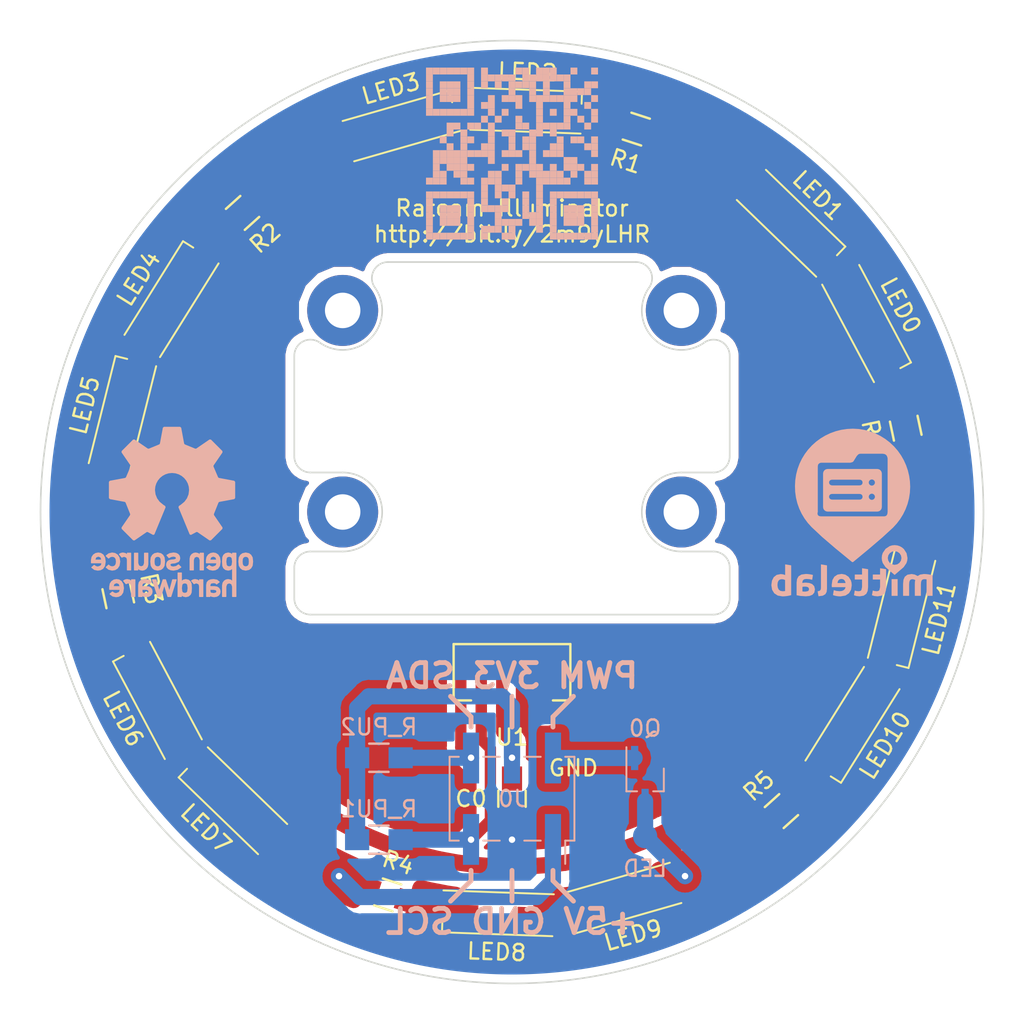
<source format=kicad_pcb>
(kicad_pcb (version 20171130) (host pcbnew "(5.0.0-rc2-dev-70-g2da7199)")
  (layers (0 F.Cu signal) (31 B.Cu signal) (34 B.Paste user) (35 F.Paste user) (36 B.SilkS user) (37 F.SilkS user) (38 B.Mask user) (39 F.Mask user) (44 Edge.Cuts user))
  (net 0 "")
  (net 1 +3V3)
  (net 2 /TO_PWM)
  (net 3 /TO_SCL)
  (net 4 /TO_SDA)
  (net 5 "Net-(LED0-Pad1)")
  (net 6 "Net-(LED0-Pad2)")
  (net 7 "Net-(LED1-Pad1)")
  (net 8 "Net-(LED2-Pad1)")
  (net 9 "Net-(LED2-Pad2)")
  (net 10 "Net-(LED4-Pad1)")
  (net 11 "Net-(LED4-Pad2)")
  (net 12 "Net-(LED6-Pad1)")
  (net 13 "Net-(LED6-Pad2)")
  (net 14 "Net-(LED8-Pad1)")
  (net 15 "Net-(LED8-Pad2)")
  (net 16 "Net-(LED10-Pad2)")
  (net 17 "Net-(LED10-Pad1)")
  (net 18 GND)
  (net 19 +5V)
  (module Ratcam:MittelabLogo (layer B.Cu) (at 121.082 100.127 180)
    (fp_text reference Mittelab hide)
    (fp_text value Mittelab hide)
  )
  (module Resistors_SMD:R_0805_HandSoldering (layer B.Cu) (at 91.745 120.32 180)
    (fp_text reference R_PU1 (at 0 1.905 180) (layer B.SilkS) (effects (justify mirror)))
    (fp_text value 4.7KΩ hide)
    (pad 2 smd rect (at 1.35 0 180) (size 1.5 1.3) (layers B.Cu B.Paste B.Mask) (net 1 +3V3))
    (pad 1 smd rect (at -1.35 0 180) (size 1.5 1.3) (layers B.Cu B.Paste B.Mask) (net 3 /TO_SCL))
  )
  (module Mounting_Holes:MountingHole_2.2mm_M2_Pad (layer F.Cu) (at 110.5 87.5)
    (fp_text reference REF** hide)
    (fp_text value MountingHole_2.2mm_M2 hide)
    (pad 1 thru_hole circle (at 0 0) (size 4.4 4.4) (drill 2.2) (layers *.Cu *.Mask))
  )
  (module Mounting_Holes:MountingHole_2.2mm_M2_Pad (layer F.Cu) (at 110.5 100)
    (fp_text reference REF** hide)
    (fp_text value MountingHole_2.2mm_M2 hide)
    (pad 1 thru_hole circle (at 0 0) (size 4.4 4.4) (drill 2.2) (layers *.Cu *.Mask))
  )
  (module Mounting_Holes:MountingHole_2.2mm_M2_Pad (layer F.Cu) (at 89.5 100)
    (fp_text reference REF** hide)
    (fp_text value MountingHole_2.2mm_M2 hide)
    (pad 1 thru_hole circle (at 0 0) (size 4.4 4.4) (drill 2.2) (layers *.Cu *.Mask))
  )
  (module Mounting_Holes:MountingHole_2.2mm_M2_Pad (layer F.Cu) (at 89.5 87.5)
    (fp_text reference REF** hide)
    (fp_text value MountingHole_2.2mm_M2 hide)
    (pad 1 thru_hole circle (at 0 0) (size 4.4 4.4) (drill 2.2) (layers *.Cu *.Mask))
  )
  (module Capacitors_SMD:C_0805_HandSoldering (layer F.Cu) (at 100 117.78 270)
    (fp_text reference C0 (at 0 2.54) (layer F.SilkS))
    (fp_text value 100nF hide)
    (pad 2 smd rect (at 1.25 0 270) (size 1.5 1.25) (layers F.Cu F.Paste F.Mask) (net 18 GND))
    (pad 1 smd rect (at -1.25 0 270) (size 1.5 1.25) (layers F.Cu F.Paste F.Mask) (net 1 +3V3))
  )
  (module Pin_Headers:Pin_Header_Straight_2x03_Pitch2.54mm_SMD (layer B.Cu) (at 100 117.78 90)
    (fp_text reference J0 (at 0 0) (layer B.SilkS) (effects (justify mirror)))
    (fp_text value Conn_02x03_Top_Bottom hide)
    (pad 6 smd rect (at 2.525 -2.54 90) (size 3.15 1) (layers B.Cu B.Paste B.Mask) (net 4 /TO_SDA))
    (pad 5 smd rect (at -2.525 -2.54 90) (size 3.15 1) (layers B.Cu B.Paste B.Mask) (net 3 /TO_SCL))
    (pad 4 smd rect (at 2.525 0 90) (size 3.15 1) (layers B.Cu B.Paste B.Mask) (net 1 +3V3))
    (pad 3 smd rect (at -2.525 0 90) (size 3.15 1) (layers B.Cu B.Paste B.Mask) (net 18 GND))
    (pad 2 smd rect (at 2.525 2.54 90) (size 3.15 1) (layers B.Cu B.Paste B.Mask) (net 2 /TO_PWM))
    (pad 1 smd rect (at -2.525 2.54 90) (size 3.15 1) (layers B.Cu B.Paste B.Mask) (net 19 +5V))
  )
  (module Ratcam:LED-GW_2.3x2.3mm_HandSoldering (layer F.Cu) (at 121.988256 88.313855 297.9893973)
    (fp_text reference LED0 (at 0 -2.4 297.9893973) (layer F.SilkS))
    (fp_text value VSMY2850G)
    (pad 2 smd rect (at 2.225 0 297.9893973) (size 2 0.9) (layers F.Cu F.Paste F.Mask) (net 6 "Net-(LED0-Pad2)"))
    (pad 1 smd rect (at -2.225 0 297.9893973) (size 2 0.9) (layers F.Cu F.Paste F.Mask) (net 5 "Net-(LED0-Pad1)"))
  )
  (module Ratcam:LED-GW_2.3x2.3mm_HandSoldering (layer F.Cu) (at 117.305437 82.095497 315.9747429)
    (fp_text reference LED1 (at 0 -2.4 315.9747429) (layer F.SilkS))
    (fp_text value VSMY2850G)
    (pad 2 smd rect (at 2.225 0 315.9747429) (size 2 0.9) (layers F.Cu F.Paste F.Mask) (net 5 "Net-(LED0-Pad1)"))
    (pad 1 smd rect (at -2.225 0 315.9747429) (size 2 0.9) (layers F.Cu F.Paste F.Mask) (net 7 "Net-(LED1-Pad1)"))
  )
  (module Ratcam:LED-GW_2.3x2.3mm_HandSoldering (layer F.Cu) (at 100.87363 75.114539 357.9893973)
    (fp_text reference LED2 (at 0 -2.4 357.9893973) (layer F.SilkS))
    (fp_text value VSMY2850G)
    (pad 2 smd rect (at 2.225 0 357.9893973) (size 2 0.9) (layers F.Cu F.Paste F.Mask) (net 9 "Net-(LED2-Pad2)"))
    (pad 1 smd rect (at -2.225 0 357.9893973) (size 2 0.9) (layers F.Cu F.Paste F.Mask) (net 8 "Net-(LED2-Pad1)"))
  )
  (module Ratcam:LED-GW_2.3x2.3mm_HandSoldering (layer F.Cu) (at 93.146964 76.0608 15.97474287)
    (fp_text reference LED3 (at -0.000001 -2.4 15.97474287) (layer F.SilkS))
    (fp_text value VSMY2850G)
    (pad 2 smd rect (at 2.225 0 15.97474287) (size 2 0.9) (layers F.Cu F.Paste F.Mask) (net 8 "Net-(LED2-Pad1)"))
    (pad 1 smd rect (at -2.225 0 15.97474287) (size 2 0.9) (layers F.Cu F.Paste F.Mask) (net 7 "Net-(LED1-Pad1)"))
  )
  (module Ratcam:LED-GW_2.3x2.3mm_HandSoldering (layer F.Cu) (at 78.885374 86.800683 57.9893973)
    (fp_text reference LED4 (at 0 -2.4 57.9893973) (layer F.SilkS))
    (fp_text value VSMY2850G)
    (pad 2 smd rect (at 2.225 0 57.9893973) (size 2 0.9) (layers F.Cu F.Paste F.Mask) (net 11 "Net-(LED4-Pad2)"))
    (pad 1 smd rect (at -2.225 0 57.9893973) (size 2 0.9) (layers F.Cu F.Paste F.Mask) (net 10 "Net-(LED4-Pad1)"))
  )
  (module Ratcam:LED-GW_2.3x2.3mm_HandSoldering (layer F.Cu) (at 75.841527 93.965303 75.97474287)
    (fp_text reference LED5 (at 0 -2.4 75.97474287) (layer F.SilkS))
    (fp_text value VSMY2850G)
    (pad 2 smd rect (at 2.225 0 75.97474287) (size 2 0.9) (layers F.Cu F.Paste F.Mask) (net 10 "Net-(LED4-Pad1)"))
    (pad 1 smd rect (at -2.225 0 75.97474287) (size 2 0.9) (layers F.Cu F.Paste F.Mask) (net 7 "Net-(LED1-Pad1)"))
  )
  (module Ratcam:LED-GW_2.3x2.3mm_HandSoldering (layer F.Cu) (at 78.011743 111.686144 117.9893973)
    (fp_text reference LED6 (at 0 -2.4 117.9893973) (layer F.SilkS))
    (fp_text value VSMY2850G)
    (pad 2 smd rect (at 2.225 0 117.9893973) (size 2 0.9) (layers F.Cu F.Paste F.Mask) (net 13 "Net-(LED6-Pad2)"))
    (pad 1 smd rect (at -2.225 0 117.9893973) (size 2 0.9) (layers F.Cu F.Paste F.Mask) (net 12 "Net-(LED6-Pad1)"))
  )
  (module Ratcam:LED-GW_2.3x2.3mm_HandSoldering (layer F.Cu) (at 82.694562 117.904502 135.9747429)
    (fp_text reference LED7 (at 0 -2.4 135.9747429) (layer F.SilkS))
    (fp_text value VSMY2850G)
    (pad 2 smd rect (at 2.225 0 135.9747429) (size 2 0.9) (layers F.Cu F.Paste F.Mask) (net 12 "Net-(LED6-Pad1)"))
    (pad 1 smd rect (at -2.225 0 135.9747429) (size 2 0.9) (layers F.Cu F.Paste F.Mask) (net 7 "Net-(LED1-Pad1)"))
  )
  (module Ratcam:LED-GW_2.3x2.3mm_HandSoldering (layer F.Cu) (at 99.126369 124.88546 177.9893973)
    (fp_text reference LED8 (at 0 -2.4 177.9893973) (layer F.SilkS))
    (fp_text value VSMY2850G)
    (pad 2 smd rect (at 2.225 0 177.9893973) (size 2 0.9) (layers F.Cu F.Paste F.Mask) (net 15 "Net-(LED8-Pad2)"))
    (pad 1 smd rect (at -2.225 0 177.9893973) (size 2 0.9) (layers F.Cu F.Paste F.Mask) (net 14 "Net-(LED8-Pad1)"))
  )
  (module Ratcam:LED-GW_2.3x2.3mm_HandSoldering (layer F.Cu) (at 106.853035 123.939199 195.9747429)
    (fp_text reference LED9 (at -0.000001 -2.4 195.9747429) (layer F.SilkS))
    (fp_text value VSMY2850G)
    (pad 2 smd rect (at 2.225 0 195.9747429) (size 2 0.9) (layers F.Cu F.Paste F.Mask) (net 14 "Net-(LED8-Pad1)"))
    (pad 1 smd rect (at -2.225 0 195.9747429) (size 2 0.9) (layers F.Cu F.Paste F.Mask) (net 7 "Net-(LED1-Pad1)"))
  )
  (module Ratcam:LED-GW_2.3x2.3mm_HandSoldering (layer F.Cu) (at 121.114625 113.199316 237.9893973)
    (fp_text reference LED10 (at 0 -2.4 237.9893973) (layer F.SilkS))
    (fp_text value VSMY2850G)
    (pad 2 smd rect (at 2.225 0 237.9893973) (size 2 0.9) (layers F.Cu F.Paste F.Mask) (net 16 "Net-(LED10-Pad2)"))
    (pad 1 smd rect (at -2.225 0 237.9893973) (size 2 0.9) (layers F.Cu F.Paste F.Mask) (net 17 "Net-(LED10-Pad1)"))
  )
  (module Ratcam:LED-GW_2.3x2.3mm_HandSoldering (layer F.Cu) (at 124.158472 106.034696 255.9747429)
    (fp_text reference LED11 (at 0 -2.4 255.9747429) (layer F.SilkS))
    (fp_text value VSMY2850G)
    (pad 2 smd rect (at 2.225 0 255.9747429) (size 2 0.9) (layers F.Cu F.Paste F.Mask) (net 17 "Net-(LED10-Pad1)"))
    (pad 1 smd rect (at -2.225 0 255.9747429) (size 2 0.9) (layers F.Cu F.Paste F.Mask) (net 7 "Net-(LED1-Pad1)"))
  )
  (module TO_SOT_Packages_SMD:SOT-323_SC-70_Handsoldering (layer B.Cu) (at 108.255 116.585 270)
    (fp_text reference Q0 (at -3.175 0) (layer B.SilkS) (effects (justify mirror)))
    (fp_text value DMG1012UW)
    (pad 3 smd rect (at 1.33 0) (size 0.45 1.5) (layers B.Cu B.Paste B.Mask) (net 7 "Net-(LED1-Pad1)"))
    (pad 2 smd rect (at -1.33 -0.65) (size 0.45 1.5) (layers B.Cu B.Paste B.Mask) (net 18 GND))
    (pad 1 smd rect (at -1.33 0.65) (size 0.45 1.5) (layers B.Cu B.Paste B.Mask) (net 2 /TO_PWM))
  )
  (module Resistors_SMD:R_0805_HandSoldering (layer F.Cu) (at 124.416682 94.803546 102)
    (fp_text reference R0 (at 0 -2.1 102) (layer F.SilkS))
    (fp_text value 15)
    (pad 2 smd rect (at 1.35 0 102) (size 1.5 1.3) (layers F.Cu F.Paste F.Mask) (net 6 "Net-(LED0-Pad2)"))
    (pad 1 smd rect (at -1.35 0 102) (size 1.5 1.3) (layers F.Cu F.Paste F.Mask) (net 19 +5V))
  )
  (module Resistors_SMD:R_0805_HandSoldering (layer F.Cu) (at 107.70808 76.256306 162)
    (fp_text reference R1 (at 0 -2.1 162) (layer F.SilkS))
    (fp_text value 15)
    (pad 2 smd rect (at 1.35 0 162) (size 1.5 1.3) (layers F.Cu F.Paste F.Mask) (net 9 "Net-(LED2-Pad2)"))
    (pad 1 smd rect (at -1.35 0 162) (size 1.5 1.3) (layers F.Cu F.Paste F.Mask) (net 19 +5V))
  )
  (module Resistors_SMD:R_0805_HandSoldering (layer F.Cu) (at 83.291398 81.452759 222)
    (fp_text reference R2 (at 0 -2.1 222) (layer F.SilkS))
    (fp_text value 15)
    (pad 2 smd rect (at 1.35 0.000001 222) (size 1.5 1.3) (layers F.Cu F.Paste F.Mask) (net 11 "Net-(LED4-Pad2)"))
    (pad 1 smd rect (at -1.35 -0.000001 222) (size 1.5 1.3) (layers F.Cu F.Paste F.Mask) (net 19 +5V))
  )
  (module Resistors_SMD:R_0805_HandSoldering (layer F.Cu) (at 75.583317 105.196453 282)
    (fp_text reference R3 (at 0 -2.1 282) (layer F.SilkS))
    (fp_text value 15)
    (pad 2 smd rect (at 1.35 0 282) (size 1.5 1.3) (layers F.Cu F.Paste F.Mask) (net 13 "Net-(LED6-Pad2)"))
    (pad 1 smd rect (at -1.35 0 282) (size 1.5 1.3) (layers F.Cu F.Paste F.Mask) (net 19 +5V))
  )
  (module Resistors_SMD:R_0805_HandSoldering (layer F.Cu) (at 92.291919 123.743693 342)
    (fp_text reference R4 (at 0 -2.1 342) (layer F.SilkS))
    (fp_text value 15)
    (pad 2 smd rect (at 1.35 0 342) (size 1.5 1.3) (layers F.Cu F.Paste F.Mask) (net 15 "Net-(LED8-Pad2)"))
    (pad 1 smd rect (at -1.35 0 342) (size 1.5 1.3) (layers F.Cu F.Paste F.Mask) (net 19 +5V))
  )
  (module Resistors_SMD:R_0805_HandSoldering (layer F.Cu) (at 116.708601 118.54724 42)
    (fp_text reference R5 (at 0 -2.1 42) (layer F.SilkS))
    (fp_text value 15)
    (pad 2 smd rect (at 1.35 0.000001 42) (size 1.5 1.3) (layers F.Cu F.Paste F.Mask) (net 16 "Net-(LED10-Pad2)"))
    (pad 1 smd rect (at -1.35 -0.000001 42) (size 1.5 1.3) (layers F.Cu F.Paste F.Mask) (net 19 +5V))
  )
  (module Resistors_SMD:R_0805_HandSoldering (layer B.Cu) (at 91.745 115.24 180)
    (fp_text reference R_PU2 (at 0 1.905 180) (layer B.SilkS) (effects (justify mirror)))
    (fp_text value 4.7KΩ hide)
    (pad 2 smd rect (at 1.35 0 180) (size 1.5 1.3) (layers B.Cu B.Paste B.Mask) (net 1 +3V3))
    (pad 1 smd rect (at -1.35 0 180) (size 1.5 1.3) (layers B.Cu B.Paste B.Mask) (net 4 /TO_SDA))
  )
  (module Ratcam:VEML7700 (layer F.Cu) (at 100 111.43)
    (fp_text reference U1 (at 0 2.54) (layer F.SilkS))
    (fp_text value VEML7700)
    (pad 4 smd rect (at 1.905 0) (size 0.7 2.6) (layers F.Cu F.Paste F.Mask) (net 4 /TO_SDA))
    (pad 3 smd rect (at 0.635 0) (size 0.7 2.6) (layers F.Cu F.Paste F.Mask) (net 18 GND))
    (pad 2 smd rect (at -0.635 0) (size 0.7 2.6) (layers F.Cu F.Paste F.Mask) (net 1 +3V3))
    (pad 1 smd rect (at -1.905 0) (size 0.7 2.6) (layers F.Cu F.Paste F.Mask) (net 3 /TO_SCL))
  )
  (module Measurement_Points:Measurement_Point_Round-SMD-Pad_Small (layer F.Cu) (at 103.81 117.78)
    (fp_text reference GND (at 0 -1.905) (layer F.SilkS))
    (fp_text value Test_Point hide)
    (pad 1 smd circle (at 0 0) (size 1.5 1.5) (layers F.Cu F.Mask) (net 18 GND))
  )
  (module Measurement_Points:Measurement_Point_Round-SMD-Pad_Small (layer B.Cu) (at 108.255 120.105683)
    (fp_text reference LED (at 0 2) (layer B.SilkS) (effects (justify mirror)))
    (fp_text value Test_Point hide)
    (pad 1 smd circle (at 0 0) (size 1.5 1.5) (layers B.Cu B.Mask) (net 7 "Net-(LED1-Pad1)"))
  )
  (module Ratcam:QRCode (layer B.Cu) (at 100 77.775)
    (fp_text reference QRCode hide)
    (fp_text value "Ratcam Illuminator" hide)
  )
  (module Ratcam:OSHWLogo (layer B.Cu) (at 78.918 100 180)
    (fp_text reference OSHW hide)
    (fp_text value OpenSourceHardware hide)
  )
  (gr_text "Ratcam Illuminator\nhttp://bit.ly/2m9yLHR" (at 100 81.966) (layer F.SilkS) (effects (font (size 1 1))))
  (gr_line (start 97.46 122.86) (end 96.19 124.13) (layer B.SilkS) (width 0.3))
  (gr_line (start 97.46 122.225) (end 97.46 122.86) (layer B.SilkS) (width 0.3))
  (gr_line (start 102.54 122.86) (end 103.81 124.13) (layer B.SilkS) (width 0.3))
  (gr_line (start 102.54 122.225) (end 102.54 122.86) (layer B.SilkS) (width 0.3))
  (gr_line (start 100 122.225) (end 100 124.13) (layer B.SilkS) (width 0.3))
  (gr_line (start 97.46 112.7) (end 96.19 111.43) (layer B.SilkS) (width 0.3))
  (gr_line (start 97.46 113.335) (end 97.46 112.7) (layer B.SilkS) (width 0.3))
  (gr_line (start 102.54 112.7) (end 103.81 111.43) (layer B.SilkS) (width 0.3))
  (gr_line (start 102.54 113.335) (end 102.54 112.7) (layer B.SilkS) (width 0.3))
  (gr_line (start 100 113.335) (end 100 111.43) (layer B.SilkS) (width 0.3))
  (gr_text "PWM 3V3 SDA" (at 100 110.16) (layer B.SilkS) (effects (font (size 1.5 1.5) (thickness 0.3)) (justify mirror)))
  (gr_text "+5V GND SCL" (at 100 125.4) (layer B.SilkS) (effects (font (size 1.5 1.5) (thickness 0.3)) (justify mirror)))
  (gr_circle (center 100 100) (end 129.21 101.27) (layer Edge.Cuts) (width 0.1))
  (gr_line (start 89.5 97.55) (end 87.5 97.55) (layer Edge.Cuts) (width 0.1))
  (gr_arc (start 92.311139 85.5) (end 92.311139 84.5) (angle -125.4) (layer Edge.Cuts) (width 0.1))
  (gr_arc (start 87.5 96.55) (end 86.5 96.55) (angle -90) (layer Edge.Cuts) (width 0.1))
  (gr_arc (start 107.688861 85.5) (end 108.503684 86.07971) (angle -125.4) (layer Edge.Cuts) (width 0.1))
  (gr_line (start 86.5 105.362) (end 86.5 103.45) (layer Edge.Cuts) (width 0.1))
  (gr_arc (start 87.5 90.311139) (end 88.07971 89.496316) (angle -125.4) (layer Edge.Cuts) (width 0.1))
  (gr_line (start 89.5 102.45) (end 87.5 102.45) (layer Edge.Cuts) (width 0.1))
  (gr_arc (start 87.5 103.45) (end 87.5 102.45) (angle -90) (layer Edge.Cuts) (width 0.1))
  (gr_arc (start 112.5 90.311139) (end 113.5 90.311139) (angle -125.4) (layer Edge.Cuts) (width 0.1))
  (gr_line (start 86.5 96.55) (end 86.5 90.311139) (layer Edge.Cuts) (width 0.1))
  (gr_arc (start 87.5 105.362) (end 86.5 105.362) (angle -90) (layer Edge.Cuts) (width 0.1))
  (gr_arc (start 89.5 87.5) (end 88.07971 89.496316) (angle -160.9) (layer Edge.Cuts) (width 0.1))
  (gr_arc (start 110.5 87.5) (end 108.503684 86.07971) (angle -160.9) (layer Edge.Cuts) (width 0.1))
  (gr_arc (start 112.5 96.55) (end 112.5 97.55) (angle -90) (layer Edge.Cuts) (width 0.1))
  (gr_line (start 113.5 103.45) (end 113.5 105.362) (layer Edge.Cuts) (width 0.1))
  (gr_arc (start 112.5 103.45) (end 113.5 103.45) (angle -90) (layer Edge.Cuts) (width 0.1))
  (gr_line (start 112.5 106.362) (end 87.5 106.362) (layer Edge.Cuts) (width 0.1))
  (gr_arc (start 110.5 100) (end 110.5 97.55) (angle -180) (layer Edge.Cuts) (width 0.1))
  (gr_arc (start 112.5 105.362) (end 112.5 106.362) (angle -90) (layer Edge.Cuts) (width 0.1))
  (gr_line (start 113.5 90.311139) (end 113.5 96.55) (layer Edge.Cuts) (width 0.1))
  (gr_line (start 110.5 102.45) (end 112.5 102.45) (layer Edge.Cuts) (width 0.1))
  (gr_line (start 92.311139 84.5) (end 107.688861 84.5) (layer Edge.Cuts) (width 0.1))
  (gr_arc (start 89.5 100) (end 89.5 102.45) (angle -180) (layer Edge.Cuts) (width 0.1))
  (gr_line (start 110.5 97.55) (end 112.5 97.55) (layer Edge.Cuts) (width 0.1))
  (segment (start 90.395 112.145) (end 90.395 115.24) (width 1) (layer B.Cu) (net 1))
  (segment (start 100 112.065) (end 99.365 111.43) (width 1) (layer B.Cu) (net 1))
  (segment (start 91.11 111.43) (end 90.395 112.145) (width 1) (layer B.Cu) (net 1))
  (segment (start 99.365 111.43) (end 91.11 111.43) (width 1) (layer B.Cu) (net 1))
  (segment (start 100 112.065) (end 100 115.24) (width 1) (layer B.Cu) (net 1))
  (segment (start 101.544 123.876) (end 90.565922 123.876) (width 1) (layer B.Cu) (net 19))
  (via (at 89.270302 122.58038) (size 1) (drill 0.4) (layers F.Cu B.Cu) (net 19))
  (segment (start 102.54 122.88) (end 101.544 123.876) (width 1) (layer B.Cu) (net 19))
  (segment (start 102.54 120.305) (end 102.54 122.88) (width 1) (layer B.Cu) (net 19))
  (segment (start 90.565922 123.876) (end 89.270302 122.58038) (width 1) (layer B.Cu) (net 19))
  (segment (start 102.54 121.38) (end 102.54 120.305) (width 1) (layer B.Cu) (net 19))
  (segment (start 102.54 121.100002) (end 102.54 120.305) (width 1) (layer B.Cu) (net 19))
  (segment (start 102.54 115.255) (end 107.605 115.255) (width 1) (layer B.Cu) (net 2))
  (segment (start 93.095 120.32) (end 97.46 120.32) (width 1) (layer B.Cu) (net 3))
  (segment (start 98.660001 114.663999) (end 98.660001 119.119999) (width 0.7) (layer F.Cu) (net 3))
  (segment (start 98.095 114.098998) (end 98.660001 114.663999) (width 0.7) (layer F.Cu) (net 3))
  (segment (start 98.095 111.43) (end 98.095 114.098998) (width 0.7) (layer F.Cu) (net 3))
  (segment (start 97.46 120.32) (end 98.660001 119.119999) (width 0.7) (layer F.Cu) (net 3))
  (via (at 97.46 120.32) (size 0.7) (drill 0.4) (layers F.Cu B.Cu) (net 3))
  (segment (start 93.095 115.24) (end 97.445 115.24) (width 1) (layer B.Cu) (net 4))
  (via (at 97.46 115.24) (size 0.7) (drill 0.4) (layers F.Cu B.Cu) (net 4))
  (segment (start 101.905 109.789998) (end 101.905 111.43) (width 0.7) (layer F.Cu) (net 4))
  (segment (start 101.545001 109.429999) (end 101.905 109.789998) (width 0.7) (layer F.Cu) (net 4))
  (segment (start 97.184999 109.429999) (end 101.545001 109.429999) (width 0.7) (layer F.Cu) (net 4))
  (segment (start 96.825 109.789998) (end 97.184999 109.429999) (width 0.7) (layer F.Cu) (net 4))
  (segment (start 96.825 114.605) (end 96.825 109.789998) (width 0.7) (layer F.Cu) (net 4))
  (segment (start 97.46 115.24) (end 96.825 114.605) (width 0.7) (layer F.Cu) (net 4))
  (segment (start 97.445 115.24) (end 97.46 115.255) (width 1) (layer B.Cu) (net 4))
  (segment (start 108.255 117.915) (end 108.255 120.105683) (width 1) (layer B.Cu) (net 7))
  (via (at 110.729697 122.58038) (size 1) (drill 0.4) (layers F.Cu B.Cu) (net 7))
  (segment (start 108.255 120.105683) (end 110.729697 122.58038) (width 1) (layer B.Cu) (net 7))
  (segment (start 100 114.306928) (end 100 115.24) (width 0.7) (layer F.Cu) (net 1))
  (segment (start 99.365 113.671928) (end 99.365 111.43) (width 0.7) (layer F.Cu) (net 1))
  (segment (start 100 114.306928) (end 99.365 113.671928) (width 0.7) (layer F.Cu) (net 1))
  (segment (start 90.395 120.32) (end 90.395 115.279998) (width 1) (layer B.Cu) (net 1))
  (segment (start 100 115.24) (end 100 114.532894) (width 1) (layer B.Cu) (net 1))
  (segment (start 100 116.53) (end 100 115.24) (width 0.7) (layer F.Cu) (net 1))
  (via (at 100 115.24) (size 0.7) (drill 0.4) (layers F.Cu B.Cu) (net 1))
  (via (at 100 120.32) (size 0.7) (drill 0.4) (layers F.Cu B.Cu) (net 18))
  (segment (start 124.248711 114) (end 124.248711 114) (width 1) (layer F.Cu) (net 19))
  (segment (start 124.248711 114) (end 124.248711 114) (width 1) (layer F.Cu) (net 19))
  (segment (start 124.248711 114) (end 124.248711 114) (width 1) (layer F.Cu) (net 19))
  (segment (start 124.248711 114) (end 124.248711 114) (width 1) (layer F.Cu) (net 19))
  (segment (start 124.248711 114) (end 124.248711 114) (width 1) (layer F.Cu) (net 19))
  (segment (start 124.248711 114) (end 124.248711 114) (width 1) (layer F.Cu) (net 19))
  (segment (start 124.248711 114) (end 124.248711 114) (width 1) (layer F.Cu) (net 19))
  (segment (start 124.248711 114) (end 124.248711 114) (width 1) (layer F.Cu) (net 19))
  (segment (start 124.248711 114) (end 124.248711 114) (width 1) (layer F.Cu) (net 19))
  (segment (start 124.248711 114) (end 124.248711 114) (width 1) (layer F.Cu) (net 19))
  (segment (start 124.248711 114) (end 124.248711 114) (width 1) (layer F.Cu) (net 19))
  (segment (start 124.248711 114) (end 124.248711 114) (width 1) (layer F.Cu) (net 19))
  (segment (start 124.248711 114) (end 124.248711 114) (width 1) (layer F.Cu) (net 19))
  (segment (start 124.248711 114) (end 124.248711 114) (width 1) (layer F.Cu) (net 19))
  (segment (start 124.248711 114) (end 124.248711 114) (width 1) (layer F.Cu) (net 19))
  (segment (start 124.248711 114) (end 124.248711 114) (width 1) (layer F.Cu) (net 19))
  (segment (start 124.248711 114) (end 124.248711 114) (width 1) (layer F.Cu) (net 19))
  (segment (start 124.248711 114) (end 124.248711 114) (width 1) (layer F.Cu) (net 19))
  (segment (start 124.248711 114) (end 124.248711 114) (width 1) (layer F.Cu) (net 19))
  (segment (start 124.248711 114) (end 124.248711 114) (width 1) (layer F.Cu) (net 19))
  (segment (start 123.529508 115.177688) (end 124.248711 114) (width 1) (layer F.Cu) (net 19))
  (segment (start 122.753156 116.318513) (end 123.529508 115.177688) (width 1) (layer F.Cu) (net 19))
  (segment (start 121.92154 117.419703) (end 122.753156 116.318513) (width 1) (layer F.Cu) (net 19))
  (segment (start 121.036681 118.478583) (end 121.92154 117.419703) (width 1) (layer F.Cu) (net 19))
  (segment (start 120.100727 119.492582) (end 121.036681 118.478583) (width 1) (layer F.Cu) (net 19))
  (segment (start 119.115952 120.459236) (end 120.100727 119.492582) (width 1) (layer F.Cu) (net 19))
  (segment (start 118.084747 121.376199) (end 119.115952 120.459236) (width 1) (layer F.Cu) (net 19))
  (segment (start 117.009618 122.241243) (end 118.084747 121.376199) (width 1) (layer F.Cu) (net 19))
  (segment (start 115.893175 123.052266) (end 117.009618 122.241243) (width 1) (layer F.Cu) (net 19))
  (segment (start 114.958554 123.669424) (end 115.893175 123.052266) (width 1) (layer F.Cu) (net 19))
  (segment (start 114 124.248711) (end 114.958554 123.669424) (width 1) (layer F.Cu) (net 19))
  (segment (start 114 124.248711) (end 114 124.248711) (width 1) (layer F.Cu) (net 19))
  (segment (start 114 124.248711) (end 114 124.248711) (width 1) (layer F.Cu) (net 19))
  (segment (start 114 124.248711) (end 114 124.248711) (width 1) (layer F.Cu) (net 19))
  (segment (start 114 124.248711) (end 114 124.248711) (width 1) (layer F.Cu) (net 19))
  (segment (start 114 124.248711) (end 114 124.248711) (width 1) (layer F.Cu) (net 19))
  (segment (start 114 124.248711) (end 114 124.248711) (width 1) (layer F.Cu) (net 19))
  (segment (start 114 124.248711) (end 114 124.248711) (width 1) (layer F.Cu) (net 19))
  (segment (start 114 124.248711) (end 114 124.248711) (width 1) (layer F.Cu) (net 19))
  (segment (start 114 124.248711) (end 114 124.248711) (width 1) (layer F.Cu) (net 19))
  (segment (start 113.999999 124.248711) (end 114 124.248711) (width 1) (layer F.Cu) (net 19))
  (segment (start 113.999999 124.248711) (end 113.999999 124.248711) (width 1) (layer F.Cu) (net 19))
  (segment (start 113.999999 124.248711) (end 113.999999 124.248711) (width 1) (layer F.Cu) (net 19))
  (segment (start 113.999999 124.248711) (end 113.999999 124.248711) (width 1) (layer F.Cu) (net 19))
  (segment (start 113.999999 124.248711) (end 113.999999 124.248711) (width 1) (layer F.Cu) (net 19))
  (segment (start 113.999999 124.248711) (end 113.999999 124.248711) (width 1) (layer F.Cu) (net 19))
  (segment (start 113.999999 124.248711) (end 113.999999 124.248711) (width 1) (layer F.Cu) (net 19))
  (segment (start 113.999999 124.248711) (end 113.999999 124.248711) (width 1) (layer F.Cu) (net 19))
  (segment (start 113.999999 124.248711) (end 113.999999 124.248711) (width 1) (layer F.Cu) (net 19))
  (segment (start 113.999999 124.248711) (end 113.999999 124.248711) (width 1) (layer F.Cu) (net 19))
  (segment (start 113.999999 124.248711) (end 113.999999 124.248711) (width 1) (layer F.Cu) (net 19))
  (segment (start 112.711733 124.948182) (end 113.999999 124.248711) (width 1) (layer F.Cu) (net 19))
  (segment (start 111.388626 125.579272) (end 112.711733 124.948182) (width 1) (layer F.Cu) (net 19))
  (segment (start 110.034302 126.140251) (end 111.388626 125.579272) (width 1) (layer F.Cu) (net 19))
  (segment (start 108.652475 126.629582) (end 110.034302 126.140251) (width 1) (layer F.Cu) (net 19))
  (segment (start 107.246933 127.045923) (end 108.652475 126.629582) (width 1) (layer F.Cu) (net 19))
  (segment (start 105.821527 127.388132) (end 107.246933 127.045923) (width 1) (layer F.Cu) (net 19))
  (segment (start 104.380165 127.655273) (end 105.821527 127.388132) (width 1) (layer F.Cu) (net 19))
  (segment (start 102.926796 127.846613) (end 104.380165 127.655273) (width 1) (layer F.Cu) (net 19))
  (segment (start 101.465406 127.961626) (end 102.926796 127.846613) (width 1) (layer F.Cu) (net 19))
  (segment (start 100 128) (end 101.465406 127.961626) (width 1) (layer F.Cu) (net 19))
  (segment (start 100 128) (end 100 128) (width 1) (layer F.Cu) (net 19))
  (segment (start 100 128) (end 100 128) (width 1) (layer F.Cu) (net 19))
  (segment (start 100 128) (end 100 128) (width 1) (layer F.Cu) (net 19))
  (segment (start 100 128) (end 100 128) (width 1) (layer F.Cu) (net 19))
  (segment (start 100 128) (end 100 128) (width 1) (layer F.Cu) (net 19))
  (segment (start 100 128) (end 100 128) (width 1) (layer F.Cu) (net 19))
  (segment (start 100 128) (end 100 128) (width 1) (layer F.Cu) (net 19))
  (segment (start 100 128) (end 100 128) (width 1) (layer F.Cu) (net 19))
  (segment (start 100 128) (end 100 128) (width 1) (layer F.Cu) (net 19))
  (segment (start 100 128) (end 100 128) (width 1) (layer F.Cu) (net 19))
  (segment (start 100 128) (end 100 128) (width 1) (layer F.Cu) (net 19))
  (segment (start 100 128) (end 100 128) (width 1) (layer F.Cu) (net 19))
  (segment (start 100 128) (end 100 128) (width 1) (layer F.Cu) (net 19))
  (segment (start 100 128) (end 100 128) (width 1) (layer F.Cu) (net 19))
  (segment (start 100 128) (end 100 128) (width 1) (layer F.Cu) (net 19))
  (segment (start 100 128) (end 100 128) (width 1) (layer F.Cu) (net 19))
  (segment (start 100 128) (end 100 128) (width 1) (layer F.Cu) (net 19))
  (segment (start 100 128) (end 100 128) (width 1) (layer F.Cu) (net 19))
  (segment (start 100 128) (end 100 128) (width 1) (layer F.Cu) (net 19))
  (segment (start 100 128) (end 100 128) (width 1) (layer F.Cu) (net 19))
  (segment (start 98.62049 127.965996) (end 100 128) (width 1) (layer F.Cu) (net 19))
  (segment (start 97.244331 127.864068) (end 98.62049 127.965996) (width 1) (layer F.Cu) (net 19))
  (segment (start 95.874864 127.694462) (end 97.244331 127.864068) (width 1) (layer F.Cu) (net 19))
  (segment (start 94.515418 127.457592) (end 95.874864 127.694462) (width 1) (layer F.Cu) (net 19))
  (segment (start 93.169292 127.154031) (end 94.515418 127.457592) (width 1) (layer F.Cu) (net 19))
  (segment (start 91.839757 126.784518) (end 93.169292 127.154031) (width 1) (layer F.Cu) (net 19))
  (segment (start 90.530041 126.34995) (end 91.839757 126.784518) (width 1) (layer F.Cu) (net 19))
  (segment (start 89.243327 125.851382) (end 90.530041 126.34995) (width 1) (layer F.Cu) (net 19))
  (segment (start 87.982739 125.290026) (end 89.243327 125.851382) (width 1) (layer F.Cu) (net 19))
  (segment (start 86.980954 124.7892) (end 87.982739 125.290026) (width 1) (layer F.Cu) (net 19))
  (segment (start 86 124.248711) (end 86.980954 124.7892) (width 1) (layer F.Cu) (net 19))
  (segment (start 86 124.248711) (end 86 124.248711) (width 1) (layer F.Cu) (net 19))
  (segment (start 86 124.248711) (end 86 124.248711) (width 1) (layer F.Cu) (net 19))
  (segment (start 86 124.248711) (end 86 124.248711) (width 1) (layer F.Cu) (net 19))
  (segment (start 86 124.248711) (end 86 124.248711) (width 1) (layer F.Cu) (net 19))
  (segment (start 86 124.248711) (end 86 124.248711) (width 1) (layer F.Cu) (net 19))
  (segment (start 86 124.248711) (end 86 124.248711) (width 1) (layer F.Cu) (net 19))
  (segment (start 86 124.248711) (end 86 124.248711) (width 1) (layer F.Cu) (net 19))
  (segment (start 86 124.248711) (end 86 124.248711) (width 1) (layer F.Cu) (net 19))
  (segment (start 86 124.248711) (end 86 124.248711) (width 1) (layer F.Cu) (net 19))
  (segment (start 86 124.248711) (end 86 124.248711) (width 1) (layer F.Cu) (net 19))
  (segment (start 85.999999 124.248711) (end 86 124.248711) (width 1) (layer F.Cu) (net 19))
  (segment (start 85.999999 124.248711) (end 85.999999 124.248711) (width 1) (layer F.Cu) (net 19))
  (segment (start 85.999999 124.248711) (end 85.999999 124.248711) (width 1) (layer F.Cu) (net 19))
  (segment (start 85.999999 124.248711) (end 85.999999 124.248711) (width 1) (layer F.Cu) (net 19))
  (segment (start 85.999999 124.248711) (end 85.999999 124.248711) (width 1) (layer F.Cu) (net 19))
  (segment (start 85.999999 124.248711) (end 85.999999 124.248711) (width 1) (layer F.Cu) (net 19))
  (segment (start 85.999999 124.248711) (end 85.999999 124.248711) (width 1) (layer F.Cu) (net 19))
  (segment (start 85.999999 124.248711) (end 85.999999 124.248711) (width 1) (layer F.Cu) (net 19))
  (segment (start 85.999999 124.248711) (end 85.999999 124.248711) (width 1) (layer F.Cu) (net 19))
  (segment (start 85.999999 124.248711) (end 85.999999 124.248711) (width 1) (layer F.Cu) (net 19))
  (segment (start 84.750107 123.482775) (end 85.999999 124.248711) (width 1) (layer F.Cu) (net 19))
  (segment (start 83.542012 122.652475) (end 84.750107 123.482775) (width 1) (layer F.Cu) (net 19))
  (segment (start 82.379029 121.760086) (end 83.542012 122.652475) (width 1) (layer F.Cu) (net 19))
  (segment (start 81.264343 120.808055) (end 82.379029 121.760086) (width 1) (layer F.Cu) (net 19))
  (segment (start 80.20101 119.798989) (end 81.264343 120.808055) (width 1) (layer F.Cu) (net 19))
  (segment (start 79.191944 118.735656) (end 80.20101 119.798989) (width 1) (layer F.Cu) (net 19))
  (segment (start 78.239913 117.62097) (end 79.191944 118.735656) (width 1) (layer F.Cu) (net 19))
  (segment (start 77.347524 116.457987) (end 78.239913 117.62097) (width 1) (layer F.Cu) (net 19))
  (segment (start 76.517224 115.249892) (end 77.347524 116.457987) (width 1) (layer F.Cu) (net 19))
  (segment (start 75.751288 114) (end 76.517224 115.249892) (width 1) (layer F.Cu) (net 19))
  (segment (start 75.751288 114) (end 75.751288 114) (width 1) (layer F.Cu) (net 19))
  (segment (start 75.751288 114) (end 75.751288 114) (width 1) (layer F.Cu) (net 19))
  (segment (start 75.751288 114) (end 75.751288 114) (width 1) (layer F.Cu) (net 19))
  (segment (start 75.751288 114) (end 75.751288 114) (width 1) (layer F.Cu) (net 19))
  (segment (start 75.751288 114) (end 75.751288 114) (width 1) (layer F.Cu) (net 19))
  (segment (start 75.751288 114) (end 75.751288 114) (width 1) (layer F.Cu) (net 19))
  (segment (start 75.751288 114) (end 75.751288 114) (width 1) (layer F.Cu) (net 19))
  (segment (start 75.751288 114) (end 75.751288 114) (width 1) (layer F.Cu) (net 19))
  (segment (start 75.751288 114) (end 75.751288 114) (width 1) (layer F.Cu) (net 19))
  (segment (start 75.751288 113.999999) (end 75.751288 114) (width 1) (layer F.Cu) (net 19))
  (segment (start 75.751288 113.999999) (end 75.751288 113.999999) (width 1) (layer F.Cu) (net 19))
  (segment (start 75.751288 113.999999) (end 75.751288 113.999999) (width 1) (layer F.Cu) (net 19))
  (segment (start 75.751288 113.999999) (end 75.751288 113.999999) (width 1) (layer F.Cu) (net 19))
  (segment (start 75.751288 113.999999) (end 75.751288 113.999999) (width 1) (layer F.Cu) (net 19))
  (segment (start 75.751288 113.999999) (end 75.751288 113.999999) (width 1) (layer F.Cu) (net 19))
  (segment (start 75.751288 113.999999) (end 75.751288 113.999999) (width 1) (layer F.Cu) (net 19))
  (segment (start 75.751288 113.999999) (end 75.751288 113.999999) (width 1) (layer F.Cu) (net 19))
  (segment (start 75.751288 113.999999) (end 75.751288 113.999999) (width 1) (layer F.Cu) (net 19))
  (segment (start 75.751288 113.999999) (end 75.751288 113.999999) (width 1) (layer F.Cu) (net 19))
  (segment (start 75.751288 113.999999) (end 75.751288 113.999999) (width 1) (layer F.Cu) (net 19))
  (segment (start 75.090981 112.788307) (end 75.751288 113.999999) (width 1) (layer F.Cu) (net 19))
  (segment (start 74.491174 111.545554) (end 75.090981 112.788307) (width 1) (layer F.Cu) (net 19))
  (segment (start 73.953324 110.274759) (end 74.491174 111.545554) (width 1) (layer F.Cu) (net 19))
  (segment (start 73.478736 108.979008) (end 73.953324 110.274759) (width 1) (layer F.Cu) (net 19))
  (segment (start 73.068564 107.661449) (end 73.478736 108.979008) (width 1) (layer F.Cu) (net 19))
  (segment (start 72.723805 106.325281) (end 73.068564 107.661449) (width 1) (layer F.Cu) (net 19))
  (segment (start 72.445294 104.97375) (end 72.723805 106.325281) (width 1) (layer F.Cu) (net 19))
  (segment (start 72.233709 103.610139) (end 72.445294 104.97375) (width 1) (layer F.Cu) (net 19))
  (segment (start 72.089564 102.23776) (end 72.233709 103.610139) (width 1) (layer F.Cu) (net 19))
  (segment (start 72.0224 101.119775) (end 72.089564 102.23776) (width 1) (layer F.Cu) (net 19))
  (segment (start 72 100) (end 72.0224 101.119775) (width 1) (layer F.Cu) (net 19))
  (segment (start 72 100) (end 72 100) (width 1) (layer F.Cu) (net 19))
  (segment (start 72 100) (end 72 100) (width 1) (layer F.Cu) (net 19))
  (segment (start 72 100) (end 72 100) (width 1) (layer F.Cu) (net 19))
  (segment (start 72 100) (end 72 100) (width 1) (layer F.Cu) (net 19))
  (segment (start 72 100) (end 72 100) (width 1) (layer F.Cu) (net 19))
  (segment (start 72 100) (end 72 100) (width 1) (layer F.Cu) (net 19))
  (segment (start 72 100) (end 72 100) (width 1) (layer F.Cu) (net 19))
  (segment (start 72 100) (end 72 100) (width 1) (layer F.Cu) (net 19))
  (segment (start 72 100) (end 72 100) (width 1) (layer F.Cu) (net 19))
  (segment (start 72 100) (end 72 100) (width 1) (layer F.Cu) (net 19))
  (segment (start 72 100) (end 72 100) (width 1) (layer F.Cu) (net 19))
  (segment (start 72 100) (end 72 100) (width 1) (layer F.Cu) (net 19))
  (segment (start 72 100) (end 72 100) (width 1) (layer F.Cu) (net 19))
  (segment (start 72 100) (end 72 100) (width 1) (layer F.Cu) (net 19))
  (segment (start 72 100) (end 72 100) (width 1) (layer F.Cu) (net 19))
  (segment (start 72 100) (end 72 100) (width 1) (layer F.Cu) (net 19))
  (segment (start 72 100) (end 72 100) (width 1) (layer F.Cu) (net 19))
  (segment (start 72 100) (end 72 100) (width 1) (layer F.Cu) (net 19))
  (segment (start 72 100) (end 72 100) (width 1) (layer F.Cu) (net 19))
  (segment (start 72 100) (end 72 100) (width 1) (layer F.Cu) (net 19))
  (segment (start 72.038373 98.534593) (end 72 100) (width 1) (layer F.Cu) (net 19))
  (segment (start 72.153386 97.073203) (end 72.038373 98.534593) (width 1) (layer F.Cu) (net 19))
  (segment (start 72.344726 95.619834) (end 72.153386 97.073203) (width 1) (layer F.Cu) (net 19))
  (segment (start 72.611867 94.178472) (end 72.344726 95.619834) (width 1) (layer F.Cu) (net 19))
  (segment (start 72.954076 92.753066) (end 72.611867 94.178472) (width 1) (layer F.Cu) (net 19))
  (segment (start 73.370417 91.347524) (end 72.954076 92.753066) (width 1) (layer F.Cu) (net 19))
  (segment (start 73.859748 89.965697) (end 73.370417 91.347524) (width 1) (layer F.Cu) (net 19))
  (segment (start 74.420727 88.611373) (end 73.859748 89.965697) (width 1) (layer F.Cu) (net 19))
  (segment (start 75.051817 87.288266) (end 74.420727 88.611373) (width 1) (layer F.Cu) (net 19))
  (segment (start 75.751288 86) (end 75.051817 87.288266) (width 1) (layer F.Cu) (net 19))
  (segment (start 75.751288 86) (end 75.751288 86) (width 1) (layer F.Cu) (net 19))
  (segment (start 75.751288 86) (end 75.751288 86) (width 1) (layer F.Cu) (net 19))
  (segment (start 75.751288 86) (end 75.751288 86) (width 1) (layer F.Cu) (net 19))
  (segment (start 75.751288 86) (end 75.751288 86) (width 1) (layer F.Cu) (net 19))
  (segment (start 75.751288 86) (end 75.751288 86) (width 1) (layer F.Cu) (net 19))
  (segment (start 75.751288 86) (end 75.751288 86) (width 1) (layer F.Cu) (net 19))
  (segment (start 75.751288 86) (end 75.751288 86) (width 1) (layer F.Cu) (net 19))
  (segment (start 75.751288 86) (end 75.751288 86) (width 1) (layer F.Cu) (net 19))
  (segment (start 75.751288 86) (end 75.751288 86) (width 1) (layer F.Cu) (net 19))
  (segment (start 75.751288 86) (end 75.751288 86) (width 1) (layer F.Cu) (net 19))
  (segment (start 75.751288 86) (end 75.751288 86) (width 1) (layer F.Cu) (net 19))
  (segment (start 75.751288 86) (end 75.751288 86) (width 1) (layer F.Cu) (net 19))
  (segment (start 75.751288 86) (end 75.751288 86) (width 1) (layer F.Cu) (net 19))
  (segment (start 75.751288 86) (end 75.751288 86) (width 1) (layer F.Cu) (net 19))
  (segment (start 75.751288 86) (end 75.751288 86) (width 1) (layer F.Cu) (net 19))
  (segment (start 75.751288 86) (end 75.751288 86) (width 1) (layer F.Cu) (net 19))
  (segment (start 75.751288 86) (end 75.751288 86) (width 1) (layer F.Cu) (net 19))
  (segment (start 75.751288 86) (end 75.751288 86) (width 1) (layer F.Cu) (net 19))
  (segment (start 75.751288 86) (end 75.751288 86) (width 1) (layer F.Cu) (net 19))
  (segment (start 75.751288 86) (end 75.751288 86) (width 1) (layer F.Cu) (net 19))
  (segment (start 76.470491 84.822311) (end 75.751288 86) (width 1) (layer F.Cu) (net 19))
  (segment (start 77.246843 83.681486) (end 76.470491 84.822311) (width 1) (layer F.Cu) (net 19))
  (segment (start 78.078459 82.580296) (end 77.246843 83.681486) (width 1) (layer F.Cu) (net 19))
  (segment (start 78.963318 81.521416) (end 78.078459 82.580296) (width 1) (layer F.Cu) (net 19))
  (segment (start 79.899272 80.507417) (end 78.963318 81.521416) (width 1) (layer F.Cu) (net 19))
  (segment (start 80.884047 79.540763) (end 79.899272 80.507417) (width 1) (layer F.Cu) (net 19))
  (segment (start 81.915252 78.6238) (end 80.884047 79.540763) (width 1) (layer F.Cu) (net 19))
  (segment (start 82.990381 77.758756) (end 81.915252 78.6238) (width 1) (layer F.Cu) (net 19))
  (segment (start 84.106824 76.947733) (end 82.990381 77.758756) (width 1) (layer F.Cu) (net 19))
  (segment (start 85.041445 76.330575) (end 84.106824 76.947733) (width 1) (layer F.Cu) (net 19))
  (segment (start 86 75.751288) (end 85.041445 76.330575) (width 1) (layer F.Cu) (net 19))
  (segment (start 86 75.751288) (end 86 75.751288) (width 1) (layer F.Cu) (net 19))
  (segment (start 86 75.751288) (end 86 75.751288) (width 1) (layer F.Cu) (net 19))
  (segment (start 86 75.751288) (end 86 75.751288) (width 1) (layer F.Cu) (net 19))
  (segment (start 86 75.751288) (end 86 75.751288) (width 1) (layer F.Cu) (net 19))
  (segment (start 86 75.751288) (end 86 75.751288) (width 1) (layer F.Cu) (net 19))
  (segment (start 86 75.751288) (end 86 75.751288) (width 1) (layer F.Cu) (net 19))
  (segment (start 86 75.751288) (end 86 75.751288) (width 1) (layer F.Cu) (net 19))
  (segment (start 86 75.751288) (end 86 75.751288) (width 1) (layer F.Cu) (net 19))
  (segment (start 86 75.751288) (end 86 75.751288) (width 1) (layer F.Cu) (net 19))
  (segment (start 86 75.751288) (end 86 75.751288) (width 1) (layer F.Cu) (net 19))
  (segment (start 86 75.751288) (end 86 75.751288) (width 1) (layer F.Cu) (net 19))
  (segment (start 86 75.751288) (end 86 75.751288) (width 1) (layer F.Cu) (net 19))
  (segment (start 86 75.751288) (end 86 75.751288) (width 1) (layer F.Cu) (net 19))
  (segment (start 86 75.751288) (end 86 75.751288) (width 1) (layer F.Cu) (net 19))
  (segment (start 86 75.751288) (end 86 75.751288) (width 1) (layer F.Cu) (net 19))
  (segment (start 86 75.751288) (end 86 75.751288) (width 1) (layer F.Cu) (net 19))
  (segment (start 86 75.751288) (end 86 75.751288) (width 1) (layer F.Cu) (net 19))
  (segment (start 86 75.751288) (end 86 75.751288) (width 1) (layer F.Cu) (net 19))
  (segment (start 86 75.751288) (end 86 75.751288) (width 1) (layer F.Cu) (net 19))
  (segment (start 86 75.751288) (end 86 75.751288) (width 1) (layer F.Cu) (net 19))
  (segment (start 87.288266 75.051817) (end 86 75.751288) (width 1) (layer F.Cu) (net 19))
  (segment (start 88.611373 74.420727) (end 87.288266 75.051817) (width 1) (layer F.Cu) (net 19))
  (segment (start 89.965697 73.859748) (end 88.611373 74.420727) (width 1) (layer F.Cu) (net 19))
  (segment (start 91.347524 73.370417) (end 89.965697 73.859748) (width 1) (layer F.Cu) (net 19))
  (segment (start 92.753066 72.954076) (end 91.347524 73.370417) (width 1) (layer F.Cu) (net 19))
  (segment (start 94.178472 72.611867) (end 92.753066 72.954076) (width 1) (layer F.Cu) (net 19))
  (segment (start 95.619834 72.344726) (end 94.178472 72.611867) (width 1) (layer F.Cu) (net 19))
  (segment (start 97.073203 72.153386) (end 95.619834 72.344726) (width 1) (layer F.Cu) (net 19))
  (segment (start 98.534593 72.038373) (end 97.073203 72.153386) (width 1) (layer F.Cu) (net 19))
  (segment (start 100 72) (end 98.534593 72.038373) (width 1) (layer F.Cu) (net 19))
  (segment (start 100 72) (end 100 72) (width 1) (layer F.Cu) (net 19))
  (segment (start 100 72) (end 100 72) (width 1) (layer F.Cu) (net 19))
  (segment (start 100 72) (end 100 72) (width 1) (layer F.Cu) (net 19))
  (segment (start 100 72) (end 100 72) (width 1) (layer F.Cu) (net 19))
  (segment (start 100 72) (end 100 72) (width 1) (layer F.Cu) (net 19))
  (segment (start 100 72) (end 100 72) (width 1) (layer F.Cu) (net 19))
  (segment (start 100 72) (end 100 72) (width 1) (layer F.Cu) (net 19))
  (segment (start 100 72) (end 100 72) (width 1) (layer F.Cu) (net 19))
  (segment (start 100 72) (end 100 72) (width 1) (layer F.Cu) (net 19))
  (segment (start 100 72) (end 100 72) (width 1) (layer F.Cu) (net 19))
  (segment (start 100 72) (end 100 72) (width 1) (layer F.Cu) (net 19))
  (segment (start 100 72) (end 100 72) (width 1) (layer F.Cu) (net 19))
  (segment (start 100 72) (end 100 72) (width 1) (layer F.Cu) (net 19))
  (segment (start 100 72) (end 100 72) (width 1) (layer F.Cu) (net 19))
  (segment (start 100 72) (end 100 72) (width 1) (layer F.Cu) (net 19))
  (segment (start 100 72) (end 100 72) (width 1) (layer F.Cu) (net 19))
  (segment (start 100 72) (end 100 72) (width 1) (layer F.Cu) (net 19))
  (segment (start 100 72) (end 100 72) (width 1) (layer F.Cu) (net 19))
  (segment (start 100 72) (end 100 72) (width 1) (layer F.Cu) (net 19))
  (segment (start 100 72) (end 100 72) (width 1) (layer F.Cu) (net 19))
  (segment (start 101.379509 72.034003) (end 100 72) (width 1) (layer F.Cu) (net 19))
  (segment (start 102.755668 72.135931) (end 101.379509 72.034003) (width 1) (layer F.Cu) (net 19))
  (segment (start 104.125135 72.305537) (end 102.755668 72.135931) (width 1) (layer F.Cu) (net 19))
  (segment (start 105.484581 72.542407) (end 104.125135 72.305537) (width 1) (layer F.Cu) (net 19))
  (segment (start 106.830707 72.845968) (end 105.484581 72.542407) (width 1) (layer F.Cu) (net 19))
  (segment (start 108.160242 73.215481) (end 106.830707 72.845968) (width 1) (layer F.Cu) (net 19))
  (segment (start 109.469958 73.650049) (end 108.160242 73.215481) (width 1) (layer F.Cu) (net 19))
  (segment (start 110.756672 74.148617) (end 109.469958 73.650049) (width 1) (layer F.Cu) (net 19))
  (segment (start 112.01726 74.709973) (end 110.756672 74.148617) (width 1) (layer F.Cu) (net 19))
  (segment (start 113.019045 75.210799) (end 112.01726 74.709973) (width 1) (layer F.Cu) (net 19))
  (segment (start 114 75.751288) (end 113.019045 75.210799) (width 1) (layer F.Cu) (net 19))
  (segment (start 114 75.751288) (end 114 75.751288) (width 1) (layer F.Cu) (net 19))
  (segment (start 114 75.751288) (end 114 75.751288) (width 1) (layer F.Cu) (net 19))
  (segment (start 114 75.751288) (end 114 75.751288) (width 1) (layer F.Cu) (net 19))
  (segment (start 114 75.751288) (end 114 75.751288) (width 1) (layer F.Cu) (net 19))
  (segment (start 114 75.751288) (end 114 75.751288) (width 1) (layer F.Cu) (net 19))
  (segment (start 114 75.751288) (end 114 75.751288) (width 1) (layer F.Cu) (net 19))
  (segment (start 114 75.751288) (end 114 75.751288) (width 1) (layer F.Cu) (net 19))
  (segment (start 114 75.751288) (end 114 75.751288) (width 1) (layer F.Cu) (net 19))
  (segment (start 114 75.751288) (end 114 75.751288) (width 1) (layer F.Cu) (net 19))
  (segment (start 114 75.751288) (end 114 75.751288) (width 1) (layer F.Cu) (net 19))
  (segment (start 114 75.751288) (end 114 75.751288) (width 1) (layer F.Cu) (net 19))
  (segment (start 114 75.751288) (end 114 75.751288) (width 1) (layer F.Cu) (net 19))
  (segment (start 114 75.751288) (end 114 75.751288) (width 1) (layer F.Cu) (net 19))
  (segment (start 114 75.751288) (end 114 75.751288) (width 1) (layer F.Cu) (net 19))
  (segment (start 114 75.751288) (end 114 75.751288) (width 1) (layer F.Cu) (net 19))
  (segment (start 114 75.751288) (end 114 75.751288) (width 1) (layer F.Cu) (net 19))
  (segment (start 114 75.751288) (end 114 75.751288) (width 1) (layer F.Cu) (net 19))
  (segment (start 114 75.751288) (end 114 75.751288) (width 1) (layer F.Cu) (net 19))
  (segment (start 114 75.751288) (end 114 75.751288) (width 1) (layer F.Cu) (net 19))
  (segment (start 114 75.751288) (end 114 75.751288) (width 1) (layer F.Cu) (net 19))
  (segment (start 115.249892 76.517224) (end 114 75.751288) (width 1) (layer F.Cu) (net 19))
  (segment (start 116.457987 77.347524) (end 115.249892 76.517224) (width 1) (layer F.Cu) (net 19))
  (segment (start 117.62097 78.239913) (end 116.457987 77.347524) (width 1) (layer F.Cu) (net 19))
  (segment (start 118.735656 79.191944) (end 117.62097 78.239913) (width 1) (layer F.Cu) (net 19))
  (segment (start 119.798989 80.20101) (end 118.735656 79.191944) (width 1) (layer F.Cu) (net 19))
  (segment (start 120.808055 81.264343) (end 119.798989 80.20101) (width 1) (layer F.Cu) (net 19))
  (segment (start 121.760086 82.379029) (end 120.808055 81.264343) (width 1) (layer F.Cu) (net 19))
  (segment (start 122.652475 83.542012) (end 121.760086 82.379029) (width 1) (layer F.Cu) (net 19))
  (segment (start 123.482775 84.750107) (end 122.652475 83.542012) (width 1) (layer F.Cu) (net 19))
  (segment (start 124.248711 86) (end 123.482775 84.750107) (width 1) (layer F.Cu) (net 19))
  (segment (start 124.248711 86) (end 124.248711 86) (width 1) (layer F.Cu) (net 19))
  (segment (start 124.248711 86) (end 124.248711 86) (width 1) (layer F.Cu) (net 19))
  (segment (start 124.248711 86) (end 124.248711 86) (width 1) (layer F.Cu) (net 19))
  (segment (start 124.248711 86) (end 124.248711 86) (width 1) (layer F.Cu) (net 19))
  (segment (start 124.248711 86) (end 124.248711 86) (width 1) (layer F.Cu) (net 19))
  (segment (start 124.248711 86) (end 124.248711 86) (width 1) (layer F.Cu) (net 19))
  (segment (start 124.248711 86) (end 124.248711 86) (width 1) (layer F.Cu) (net 19))
  (segment (start 124.248711 86) (end 124.248711 86) (width 1) (layer F.Cu) (net 19))
  (segment (start 124.248711 86) (end 124.248711 86) (width 1) (layer F.Cu) (net 19))
  (segment (start 124.248711 86) (end 124.248711 86) (width 1) (layer F.Cu) (net 19))
  (segment (start 124.248711 86) (end 124.248711 86) (width 1) (layer F.Cu) (net 19))
  (segment (start 124.248711 86) (end 124.248711 86) (width 1) (layer F.Cu) (net 19))
  (segment (start 124.248711 86) (end 124.248711 86) (width 1) (layer F.Cu) (net 19))
  (segment (start 124.248711 86) (end 124.248711 86) (width 1) (layer F.Cu) (net 19))
  (segment (start 124.248711 86) (end 124.248711 86) (width 1) (layer F.Cu) (net 19))
  (segment (start 124.248711 86) (end 124.248711 86) (width 1) (layer F.Cu) (net 19))
  (segment (start 124.248711 86) (end 124.248711 86) (width 1) (layer F.Cu) (net 19))
  (segment (start 124.248711 86) (end 124.248711 86) (width 1) (layer F.Cu) (net 19))
  (segment (start 124.248711 86) (end 124.248711 86) (width 1) (layer F.Cu) (net 19))
  (segment (start 124.248711 86) (end 124.248711 86) (width 1) (layer F.Cu) (net 19))
  (segment (start 124.909018 87.211692) (end 124.248711 86) (width 1) (layer F.Cu) (net 19))
  (segment (start 125.508825 88.454445) (end 124.909018 87.211692) (width 1) (layer F.Cu) (net 19))
  (segment (start 126.046675 89.72524) (end 125.508825 88.454445) (width 1) (layer F.Cu) (net 19))
  (segment (start 126.521263 91.020991) (end 126.046675 89.72524) (width 1) (layer F.Cu) (net 19))
  (segment (start 126.931435 92.33855) (end 126.521263 91.020991) (width 1) (layer F.Cu) (net 19))
  (segment (start 127.276194 93.674718) (end 126.931435 92.33855) (width 1) (layer F.Cu) (net 19))
  (segment (start 127.554705 95.026249) (end 127.276194 93.674718) (width 1) (layer F.Cu) (net 19))
  (segment (start 127.76629 96.38986) (end 127.554705 95.026249) (width 1) (layer F.Cu) (net 19))
  (segment (start 127.910435 97.762239) (end 127.76629 96.38986) (width 1) (layer F.Cu) (net 19))
  (segment (start 127.9776 98.880224) (end 127.910435 97.762239) (width 1) (layer F.Cu) (net 19))
  (segment (start 128 100) (end 127.9776 98.880224) (width 1) (layer F.Cu) (net 19))
  (segment (start 128 100) (end 128 100) (width 1) (layer F.Cu) (net 19))
  (segment (start 128 100) (end 128 100) (width 1) (layer F.Cu) (net 19))
  (segment (start 128 100) (end 128 100) (width 1) (layer F.Cu) (net 19))
  (segment (start 128 100) (end 128 100) (width 1) (layer F.Cu) (net 19))
  (segment (start 128 100) (end 128 100) (width 1) (layer F.Cu) (net 19))
  (segment (start 128 100) (end 128 100) (width 1) (layer F.Cu) (net 19))
  (segment (start 128 100) (end 128 100) (width 1) (layer F.Cu) (net 19))
  (segment (start 128 100) (end 128 100) (width 1) (layer F.Cu) (net 19))
  (segment (start 128 100) (end 128 100) (width 1) (layer F.Cu) (net 19))
  (segment (start 128 100) (end 128 100) (width 1) (layer F.Cu) (net 19))
  (segment (start 128 100) (end 128 100) (width 1) (layer F.Cu) (net 19))
  (segment (start 128 100) (end 128 100) (width 1) (layer F.Cu) (net 19))
  (segment (start 128 100) (end 128 100) (width 1) (layer F.Cu) (net 19))
  (segment (start 128 100) (end 128 100) (width 1) (layer F.Cu) (net 19))
  (segment (start 128 100) (end 128 100) (width 1) (layer F.Cu) (net 19))
  (segment (start 128 100) (end 128 100) (width 1) (layer F.Cu) (net 19))
  (segment (start 128 100) (end 128 100) (width 1) (layer F.Cu) (net 19))
  (segment (start 128 100) (end 128 100) (width 1) (layer F.Cu) (net 19))
  (segment (start 128 100) (end 128 100) (width 1) (layer F.Cu) (net 19))
  (segment (start 128 100) (end 128 100) (width 1) (layer F.Cu) (net 19))
  (segment (start 127.968285 101.332293) (end 128 100) (width 1) (layer F.Cu) (net 19))
  (segment (start 127.873213 102.661569) (end 127.968285 101.332293) (width 1) (layer F.Cu) (net 19))
  (segment (start 127.715 103.984815) (end 127.873213 102.661569) (width 1) (layer F.Cu) (net 19))
  (segment (start 127.494003 105.299034) (end 127.715 103.984815) (width 1) (layer F.Cu) (net 19))
  (segment (start 127.210723 106.60125) (end 127.494003 105.299034) (width 1) (layer F.Cu) (net 19))
  (segment (start 126.865803 107.888511) (end 127.210723 106.60125) (width 1) (layer F.Cu) (net 19))
  (segment (start 126.460022 109.157902) (end 126.865803 107.888511) (width 1) (layer F.Cu) (net 19))
  (segment (start 125.994302 110.406548) (end 126.460022 109.157902) (width 1) (layer F.Cu) (net 19))
  (segment (start 125.469695 111.63162) (end 125.994302 110.406548) (width 1) (layer F.Cu) (net 19))
  (segment (start 124.887392 112.830342) (end 125.469695 111.63162) (width 1) (layer F.Cu) (net 19))
  (segment (start 124.248711 114) (end 124.887392 112.830342) (width 1) (layer F.Cu) (net 19))
  (segment (start 89.270302 122.58038) (end 87.982739 125.290026) (width 1) (layer F.Cu) (net 19))
  (segment (start 90.132033 122.970051) (end 89.270302 122.58038) (width 1) (layer F.Cu) (net 19))
  (segment (start 91.007886 123.326849) (end 90.132033 122.970051) (width 1) (layer F.Cu) (net 19))
  (segment (start 75.079968 101.998) (end 72.089564 102.23776) (width 1) (layer F.Cu) (net 19))
  (segment (start 75.173369 102.939116) (end 75.079968 101.998) (width 1) (layer F.Cu) (net 19))
  (segment (start 75.302299 103.876026) (end 75.173369 102.939116) (width 1) (layer F.Cu) (net 19))
  (segment (start 85.809665 79.417619) (end 84.106824 76.947733) (width 1) (layer F.Cu) (net 19))
  (segment (start 84.294412 80.549176) (end 85.041335 79.969065) (width 1) (layer F.Cu) (net 19))
  (segment (start 85.041335 79.969065) (end 85.809665 79.417619) (width 1) (layer F.Cu) (net 19))
  (segment (start 110.729697 77.419619) (end 112.01726 74.709973) (width 1) (layer F.Cu) (net 19))
  (segment (start 109.867966 77.029948) (end 110.729697 77.419619) (width 1) (layer F.Cu) (net 19))
  (segment (start 108.992113 76.67315) (end 109.867966 77.029948) (width 1) (layer F.Cu) (net 19))
  (segment (start 124.920032 98.001999) (end 127.910435 97.762239) (width 1) (layer F.Cu) (net 19))
  (segment (start 124.82663 97.060883) (end 124.920032 98.001999) (width 1) (layer F.Cu) (net 19))
  (segment (start 124.6977 96.123973) (end 124.82663 97.060883) (width 1) (layer F.Cu) (net 19))
  (segment (start 114.190334 120.58238) (end 115.893175 123.052266) (width 1) (layer F.Cu) (net 19))
  (segment (start 115.705587 119.450823) (end 114.958664 120.030934) (width 1) (layer F.Cu) (net 19))
  (segment (start 114.958664 120.030934) (end 114.190334 120.58238) (width 1) (layer F.Cu) (net 19))
  (segment (start 102.555 115.24) (end 102.54 115.255) (width 0.25) (layer B.Cu) (net 2))
  (segment (start 97.445 120.32) (end 97.46 120.305) (width 1) (layer B.Cu) (net 3))
  (segment (start 120.305514 85.416239) (end 120.944045 86.349104) (width 1) (layer F.Cu) (net 5))
  (segment (start 119.625465 84.513195) (end 120.305514 85.416239) (width 1) (layer F.Cu) (net 5))
  (segment (start 118.905286 83.641817) (end 119.625465 84.513195) (width 1) (layer F.Cu) (net 5))
  (segment (start 123.448395 91.329778) (end 123.032466 90.278607) (width 1) (layer F.Cu) (net 6))
  (segment (start 124.135663 93.483119) (end 123.816378 92.398677) (width 1) (layer F.Cu) (net 6))
  (segment (start 123.816378 92.398677) (end 123.448395 91.329778) (width 1) (layer F.Cu) (net 6))
  (segment (start 121.816371 102.836538) (end 121.929628 101.75824) (width 1) (layer F.Cu) (net 7))
  (segment (start 121.650125 103.907947) (end 121.816371 102.836538) (width 1) (layer F.Cu) (net 7))
  (segment (start 121.431296 104.969864) (end 121.650125 103.907947) (width 1) (layer F.Cu) (net 7))
  (segment (start 121.160413 106.01971) (end 121.431296 104.969864) (width 1) (layer F.Cu) (net 7))
  (segment (start 120.838135 107.054935) (end 121.160413 106.01971) (width 1) (layer F.Cu) (net 7))
  (segment (start 120.465245 108.073025) (end 120.838135 107.054935) (width 1) (layer F.Cu) (net 7))
  (segment (start 120.042648 109.071507) (end 120.465245 108.073025) (width 1) (layer F.Cu) (net 7))
  (segment (start 119.571371 110.047956) (end 120.042648 109.071507) (width 1) (layer F.Cu) (net 7))
  (segment (start 119.052558 111) (end 119.571371 110.047956) (width 1) (layer F.Cu) (net 7))
  (segment (start 119.052558 111) (end 119.052558 111) (width 1) (layer F.Cu) (net 7))
  (segment (start 119.052558 111) (end 119.052558 111) (width 1) (layer F.Cu) (net 7))
  (segment (start 119.052558 111) (end 119.052558 111) (width 1) (layer F.Cu) (net 7))
  (segment (start 119.052558 111) (end 119.052558 111) (width 1) (layer F.Cu) (net 7))
  (segment (start 119.052558 111) (end 119.052558 111) (width 1) (layer F.Cu) (net 7))
  (segment (start 119.052558 111) (end 119.052558 111) (width 1) (layer F.Cu) (net 7))
  (segment (start 119.052558 111) (end 119.052558 111) (width 1) (layer F.Cu) (net 7))
  (segment (start 119.052558 111) (end 119.052558 111) (width 1) (layer F.Cu) (net 7))
  (segment (start 119.052558 111) (end 119.052558 111) (width 1) (layer F.Cu) (net 7))
  (segment (start 119.052558 111) (end 119.052558 111) (width 1) (layer F.Cu) (net 7))
  (segment (start 119.052558 111) (end 119.052558 111) (width 1) (layer F.Cu) (net 7))
  (segment (start 119.052558 111) (end 119.052558 111) (width 1) (layer F.Cu) (net 7))
  (segment (start 119.052558 111) (end 119.052558 111) (width 1) (layer F.Cu) (net 7))
  (segment (start 119.052558 111) (end 119.052558 111) (width 1) (layer F.Cu) (net 7))
  (segment (start 119.052558 111) (end 119.052558 111) (width 1) (layer F.Cu) (net 7))
  (segment (start 119.052558 111) (end 119.052558 111) (width 1) (layer F.Cu) (net 7))
  (segment (start 119.052558 111) (end 119.052558 111) (width 1) (layer F.Cu) (net 7))
  (segment (start 119.052558 111) (end 119.052558 111) (width 1) (layer F.Cu) (net 7))
  (segment (start 119.052558 111) (end 119.052558 111) (width 1) (layer F.Cu) (net 7))
  (segment (start 119.052558 111) (end 119.052558 111) (width 1) (layer F.Cu) (net 7))
  (segment (start 118.450752 111.982058) (end 119.052558 111) (width 1) (layer F.Cu) (net 7))
  (segment (start 117.798373 112.931275) (end 118.450752 111.982058) (width 1) (layer F.Cu) (net 7))
  (segment (start 117.097211 113.845048) (end 117.798373 112.931275) (width 1) (layer F.Cu) (net 7))
  (segment (start 116.349186 114.720873) (end 117.097211 113.845048) (width 1) (layer F.Cu) (net 7))
  (segment (start 115.556349 115.556349) (end 116.349186 114.720873) (width 1) (layer F.Cu) (net 7))
  (segment (start 114.720873 116.349186) (end 115.556349 115.556349) (width 1) (layer F.Cu) (net 7))
  (segment (start 113.845048 117.097211) (end 114.720873 116.349186) (width 1) (layer F.Cu) (net 7))
  (segment (start 112.931275 117.798373) (end 113.845048 117.097211) (width 1) (layer F.Cu) (net 7))
  (segment (start 111.982058 118.450752) (end 112.931275 117.798373) (width 1) (layer F.Cu) (net 7))
  (segment (start 111 119.052558) (end 111.982058 118.450752) (width 1) (layer F.Cu) (net 7))
  (segment (start 111 119.052558) (end 111 119.052558) (width 1) (layer F.Cu) (net 7))
  (segment (start 111 119.052558) (end 111 119.052558) (width 1) (layer F.Cu) (net 7))
  (segment (start 111 119.052558) (end 111 119.052558) (width 1) (layer F.Cu) (net 7))
  (segment (start 111 119.052558) (end 111 119.052558) (width 1) (layer F.Cu) (net 7))
  (segment (start 111 119.052558) (end 111 119.052558) (width 1) (layer F.Cu) (net 7))
  (segment (start 111 119.052558) (end 111 119.052558) (width 1) (layer F.Cu) (net 7))
  (segment (start 111 119.052558) (end 111 119.052558) (width 1) (layer F.Cu) (net 7))
  (segment (start 111 119.052558) (end 111 119.052558) (width 1) (layer F.Cu) (net 7))
  (segment (start 111 119.052558) (end 111 119.052558) (width 1) (layer F.Cu) (net 7))
  (segment (start 110.999999 119.052558) (end 111 119.052558) (width 1) (layer F.Cu) (net 7))
  (segment (start 110.999999 119.052558) (end 110.999999 119.052558) (width 1) (layer F.Cu) (net 7))
  (segment (start 110.999999 119.052558) (end 110.999999 119.052558) (width 1) (layer F.Cu) (net 7))
  (segment (start 110.999999 119.052558) (end 110.999999 119.052558) (width 1) (layer F.Cu) (net 7))
  (segment (start 110.999999 119.052558) (end 110.999999 119.052558) (width 1) (layer F.Cu) (net 7))
  (segment (start 110.999999 119.052558) (end 110.999999 119.052558) (width 1) (layer F.Cu) (net 7))
  (segment (start 110.999999 119.052558) (end 110.999999 119.052558) (width 1) (layer F.Cu) (net 7))
  (segment (start 110.999999 119.052558) (end 110.999999 119.052558) (width 1) (layer F.Cu) (net 7))
  (segment (start 110.999999 119.052558) (end 110.999999 119.052558) (width 1) (layer F.Cu) (net 7))
  (segment (start 110.999999 119.052558) (end 110.999999 119.052558) (width 1) (layer F.Cu) (net 7))
  (segment (start 110.999999 119.052558) (end 110.999999 119.052558) (width 1) (layer F.Cu) (net 7))
  (segment (start 110.22925 119.477228) (end 110.999999 119.052558) (width 1) (layer F.Cu) (net 7))
  (segment (start 109.442133 119.870735) (end 110.22925 119.477228) (width 1) (layer F.Cu) (net 7))
  (segment (start 108.451671 120.3118) (end 109.442133 119.870735) (width 1) (layer F.Cu) (net 7))
  (segment (start 107.440681 120.703532) (end 108.451671 120.3118) (width 1) (layer F.Cu) (net 7))
  (segment (start 106.411619 121.044978) (end 107.440681 120.703532) (width 1) (layer F.Cu) (net 7))
  (segment (start 105.366984 121.33531) (end 106.411619 121.044978) (width 1) (layer F.Cu) (net 7))
  (segment (start 104.309314 121.573822) (end 105.366984 121.33531) (width 1) (layer F.Cu) (net 7))
  (segment (start 103.241177 121.759934) (end 104.309314 121.573822) (width 1) (layer F.Cu) (net 7))
  (segment (start 102.165168 121.893196) (end 103.241177 121.759934) (width 1) (layer F.Cu) (net 7))
  (segment (start 101.0839 121.973282) (end 102.165168 121.893196) (width 1) (layer F.Cu) (net 7))
  (segment (start 100 122) (end 101.0839 121.973282) (width 1) (layer F.Cu) (net 7))
  (segment (start 100 122) (end 100 122) (width 1) (layer F.Cu) (net 7))
  (segment (start 100 122) (end 100 122) (width 1) (layer F.Cu) (net 7))
  (segment (start 100 122) (end 100 122) (width 1) (layer F.Cu) (net 7))
  (segment (start 100 122) (end 100 122) (width 1) (layer F.Cu) (net 7))
  (segment (start 100 122) (end 100 122) (width 1) (layer F.Cu) (net 7))
  (segment (start 100 122) (end 100 122) (width 1) (layer F.Cu) (net 7))
  (segment (start 100 122) (end 100 122) (width 1) (layer F.Cu) (net 7))
  (segment (start 100 122) (end 100 122) (width 1) (layer F.Cu) (net 7))
  (segment (start 100 122) (end 100 122) (width 1) (layer F.Cu) (net 7))
  (segment (start 100 122) (end 100 122) (width 1) (layer F.Cu) (net 7))
  (segment (start 100 122) (end 100 122) (width 1) (layer F.Cu) (net 7))
  (segment (start 100 122) (end 100 122) (width 1) (layer F.Cu) (net 7))
  (segment (start 100 122) (end 100 122) (width 1) (layer F.Cu) (net 7))
  (segment (start 100 122) (end 100 122) (width 1) (layer F.Cu) (net 7))
  (segment (start 100 122) (end 100 122) (width 1) (layer F.Cu) (net 7))
  (segment (start 100 122) (end 100 122) (width 1) (layer F.Cu) (net 7))
  (segment (start 100 122) (end 100 122) (width 1) (layer F.Cu) (net 7))
  (segment (start 100 122) (end 100 122) (width 1) (layer F.Cu) (net 7))
  (segment (start 100 122) (end 100 122) (width 1) (layer F.Cu) (net 7))
  (segment (start 100 122) (end 100 122) (width 1) (layer F.Cu) (net 7))
  (segment (start 98.848608 121.969849) (end 100 122) (width 1) (layer F.Cu) (net 7))
  (segment (start 97.700373 121.879481) (end 98.848608 121.969849) (width 1) (layer F.Cu) (net 7))
  (segment (start 96.558441 121.729143) (end 97.700373 121.879481) (width 1) (layer F.Cu) (net 7))
  (segment (start 95.425942 121.519247) (end 96.558441 121.729143) (width 1) (layer F.Cu) (net 7))
  (segment (start 94.305981 121.250368) (end 95.425942 121.519247) (width 1) (layer F.Cu) (net 7))
  (segment (start 93.201626 120.923243) (end 94.305981 121.250368) (width 1) (layer F.Cu) (net 7))
  (segment (start 92.115905 120.538769) (end 93.201626 120.923243) (width 1) (layer F.Cu) (net 7))
  (segment (start 91.051793 120.098) (end 92.115905 120.538769) (width 1) (layer F.Cu) (net 7))
  (segment (start 90.012209 119.602143) (end 91.051793 120.098) (width 1) (layer F.Cu) (net 7))
  (segment (start 89 119.052558) (end 90.012209 119.602143) (width 1) (layer F.Cu) (net 7))
  (segment (start 89 119.052558) (end 89 119.052558) (width 1) (layer F.Cu) (net 7))
  (segment (start 89 119.052558) (end 89 119.052558) (width 1) (layer F.Cu) (net 7))
  (segment (start 89 119.052558) (end 89 119.052558) (width 1) (layer F.Cu) (net 7))
  (segment (start 89 119.052558) (end 89 119.052558) (width 1) (layer F.Cu) (net 7))
  (segment (start 89 119.052558) (end 89 119.052558) (width 1) (layer F.Cu) (net 7))
  (segment (start 89 119.052558) (end 89 119.052558) (width 1) (layer F.Cu) (net 7))
  (segment (start 89 119.052558) (end 89 119.052558) (width 1) (layer F.Cu) (net 7))
  (segment (start 89 119.052558) (end 89 119.052558) (width 1) (layer F.Cu) (net 7))
  (segment (start 89 119.052558) (end 89 119.052558) (width 1) (layer F.Cu) (net 7))
  (segment (start 89 119.052558) (end 89 119.052558) (width 1) (layer F.Cu) (net 7))
  (segment (start 88.999999 119.052558) (end 89 119.052558) (width 1) (layer F.Cu) (net 7))
  (segment (start 88.999999 119.052558) (end 88.999999 119.052558) (width 1) (layer F.Cu) (net 7))
  (segment (start 88.999999 119.052558) (end 88.999999 119.052558) (width 1) (layer F.Cu) (net 7))
  (segment (start 88.999999 119.052558) (end 88.999999 119.052558) (width 1) (layer F.Cu) (net 7))
  (segment (start 88.999999 119.052558) (end 88.999999 119.052558) (width 1) (layer F.Cu) (net 7))
  (segment (start 88.999999 119.052558) (end 88.999999 119.052558) (width 1) (layer F.Cu) (net 7))
  (segment (start 88.999999 119.052558) (end 88.999999 119.052558) (width 1) (layer F.Cu) (net 7))
  (segment (start 88.999999 119.052558) (end 88.999999 119.052558) (width 1) (layer F.Cu) (net 7))
  (segment (start 88.999999 119.052558) (end 88.999999 119.052558) (width 1) (layer F.Cu) (net 7))
  (segment (start 88.999999 119.052558) (end 88.999999 119.052558) (width 1) (layer F.Cu) (net 7))
  (segment (start 88.24685 118.597404) (end 88.999999 119.052558) (width 1) (layer F.Cu) (net 7))
  (segment (start 87.512505 118.112494) (end 88.24685 118.597404) (width 1) (layer F.Cu) (net 7))
  (segment (start 86.6353 117.475262) (end 87.512505 118.112494) (width 1) (layer F.Cu) (net 7))
  (segment (start 85.790555 116.795585) (end 86.6353 117.475262) (width 1) (layer F.Cu) (net 7))
  (segment (start 84.980323 116.075114) (end 85.790555 116.795585) (width 1) (layer F.Cu) (net 7))
  (segment (start 84.206571 115.3156) (end 84.980323 116.075114) (width 1) (layer F.Cu) (net 7))
  (segment (start 83.471179 114.518886) (end 84.206571 115.3156) (width 1) (layer F.Cu) (net 7))
  (segment (start 82.775932 113.686909) (end 83.471179 114.518886) (width 1) (layer F.Cu) (net 7))
  (segment (start 82.12252 112.821689) (end 82.775932 113.686909) (width 1) (layer F.Cu) (net 7))
  (segment (start 81.512529 111.925326) (end 82.12252 112.821689) (width 1) (layer F.Cu) (net 7))
  (segment (start 80.947441 111) (end 81.512529 111.925326) (width 1) (layer F.Cu) (net 7))
  (segment (start 80.947441 111) (end 80.947441 111) (width 1) (layer F.Cu) (net 7))
  (segment (start 80.947441 111) (end 80.947441 111) (width 1) (layer F.Cu) (net 7))
  (segment (start 80.947441 111) (end 80.947441 111) (width 1) (layer F.Cu) (net 7))
  (segment (start 80.947441 111) (end 80.947441 111) (width 1) (layer F.Cu) (net 7))
  (segment (start 80.947441 111) (end 80.947441 111) (width 1) (layer F.Cu) (net 7))
  (segment (start 80.947441 111) (end 80.947441 111) (width 1) (layer F.Cu) (net 7))
  (segment (start 80.947441 111) (end 80.947441 111) (width 1) (layer F.Cu) (net 7))
  (segment (start 80.947441 111) (end 80.947441 111) (width 1) (layer F.Cu) (net 7))
  (segment (start 80.947441 111) (end 80.947441 111) (width 1) (layer F.Cu) (net 7))
  (segment (start 80.947441 110.999999) (end 80.947441 111) (width 1) (layer F.Cu) (net 7))
  (segment (start 80.947441 110.999999) (end 80.947441 110.999999) (width 1) (layer F.Cu) (net 7))
  (segment (start 80.947441 110.999999) (end 80.947441 110.999999) (width 1) (layer F.Cu) (net 7))
  (segment (start 80.947441 110.999999) (end 80.947441 110.999999) (width 1) (layer F.Cu) (net 7))
  (segment (start 80.947441 110.999999) (end 80.947441 110.999999) (width 1) (layer F.Cu) (net 7))
  (segment (start 80.947441 110.999999) (end 80.947441 110.999999) (width 1) (layer F.Cu) (net 7))
  (segment (start 80.947441 110.999999) (end 80.947441 110.999999) (width 1) (layer F.Cu) (net 7))
  (segment (start 80.947441 110.999999) (end 80.947441 110.999999) (width 1) (layer F.Cu) (net 7))
  (segment (start 80.947441 110.999999) (end 80.947441 110.999999) (width 1) (layer F.Cu) (net 7))
  (segment (start 80.947441 110.999999) (end 80.947441 110.999999) (width 1) (layer F.Cu) (net 7))
  (segment (start 80.947441 110.999999) (end 80.947441 110.999999) (width 1) (layer F.Cu) (net 7))
  (segment (start 80.397856 109.98779) (end 80.947441 110.999999) (width 1) (layer F.Cu) (net 7))
  (segment (start 79.901999 108.948206) (end 80.397856 109.98779) (width 1) (layer F.Cu) (net 7))
  (segment (start 79.46123 107.884094) (end 79.901999 108.948206) (width 1) (layer F.Cu) (net 7))
  (segment (start 79.076756 106.798373) (end 79.46123 107.884094) (width 1) (layer F.Cu) (net 7))
  (segment (start 78.749631 105.694018) (end 79.076756 106.798373) (width 1) (layer F.Cu) (net 7))
  (segment (start 78.480752 104.574057) (end 78.749631 105.694018) (width 1) (layer F.Cu) (net 7))
  (segment (start 78.270856 103.441558) (end 78.480752 104.574057) (width 1) (layer F.Cu) (net 7))
  (segment (start 78.120518 102.299626) (end 78.270856 103.441558) (width 1) (layer F.Cu) (net 7))
  (segment (start 78.03015 101.151391) (end 78.120518 102.299626) (width 1) (layer F.Cu) (net 7))
  (segment (start 78 100) (end 78.03015 101.151391) (width 1) (layer F.Cu) (net 7))
  (segment (start 78 100) (end 78 100) (width 1) (layer F.Cu) (net 7))
  (segment (start 78 100) (end 78 100) (width 1) (layer F.Cu) (net 7))
  (segment (start 78 100) (end 78 100) (width 1) (layer F.Cu) (net 7))
  (segment (start 78 100) (end 78 100) (width 1) (layer F.Cu) (net 7))
  (segment (start 78 100) (end 78 100) (width 1) (layer F.Cu) (net 7))
  (segment (start 78 100) (end 78 100) (width 1) (layer F.Cu) (net 7))
  (segment (start 78 100) (end 78 100) (width 1) (layer F.Cu) (net 7))
  (segment (start 78 100) (end 78 100) (width 1) (layer F.Cu) (net 7))
  (segment (start 78 100) (end 78 100) (width 1) (layer F.Cu) (net 7))
  (segment (start 78 100) (end 78 100) (width 1) (layer F.Cu) (net 7))
  (segment (start 78 100) (end 78 100) (width 1) (layer F.Cu) (net 7))
  (segment (start 78 100) (end 78 100) (width 1) (layer F.Cu) (net 7))
  (segment (start 78 100) (end 78 100) (width 1) (layer F.Cu) (net 7))
  (segment (start 78 100) (end 78 100) (width 1) (layer F.Cu) (net 7))
  (segment (start 78 100) (end 78 100) (width 1) (layer F.Cu) (net 7))
  (segment (start 78 100) (end 78 100) (width 1) (layer F.Cu) (net 7))
  (segment (start 78 100) (end 78 100) (width 1) (layer F.Cu) (net 7))
  (segment (start 78 100) (end 78 100) (width 1) (layer F.Cu) (net 7))
  (segment (start 78 100) (end 78 100) (width 1) (layer F.Cu) (net 7))
  (segment (start 78 100) (end 78 100) (width 1) (layer F.Cu) (net 7))
  (segment (start 78.0176 99.120176) (end 78 100) (width 1) (layer F.Cu) (net 7))
  (segment (start 78.070371 98.241759) (end 78.0176 99.120176) (width 1) (layer F.Cu) (net 7))
  (segment (start 78.183628 97.163461) (end 78.070371 98.241759) (width 1) (layer F.Cu) (net 7))
  (segment (start 78.349874 96.092052) (end 78.183628 97.163461) (width 1) (layer F.Cu) (net 7))
  (segment (start 78.568703 95.030135) (end 78.349874 96.092052) (width 1) (layer F.Cu) (net 7))
  (segment (start 78.839586 93.980289) (end 78.568703 95.030135) (width 1) (layer F.Cu) (net 7))
  (segment (start 79.161864 92.945064) (end 78.839586 93.980289) (width 1) (layer F.Cu) (net 7))
  (segment (start 79.534754 91.926974) (end 79.161864 92.945064) (width 1) (layer F.Cu) (net 7))
  (segment (start 79.957351 90.928492) (end 79.534754 91.926974) (width 1) (layer F.Cu) (net 7))
  (segment (start 80.428628 89.952043) (end 79.957351 90.928492) (width 1) (layer F.Cu) (net 7))
  (segment (start 80.947441 89) (end 80.428628 89.952043) (width 1) (layer F.Cu) (net 7))
  (segment (start 80.947441 89) (end 80.947441 89) (width 1) (layer F.Cu) (net 7))
  (segment (start 80.947441 89) (end 80.947441 89) (width 1) (layer F.Cu) (net 7))
  (segment (start 80.947441 89) (end 80.947441 89) (width 1) (layer F.Cu) (net 7))
  (segment (start 80.947441 89) (end 80.947441 89) (width 1) (layer F.Cu) (net 7))
  (segment (start 80.947441 89) (end 80.947441 89) (width 1) (layer F.Cu) (net 7))
  (segment (start 80.947441 89) (end 80.947441 89) (width 1) (layer F.Cu) (net 7))
  (segment (start 80.947441 89) (end 80.947441 89) (width 1) (layer F.Cu) (net 7))
  (segment (start 80.947441 89) (end 80.947441 89) (width 1) (layer F.Cu) (net 7))
  (segment (start 80.947441 89) (end 80.947441 89) (width 1) (layer F.Cu) (net 7))
  (segment (start 80.947441 89) (end 80.947441 89) (width 1) (layer F.Cu) (net 7))
  (segment (start 80.947441 89) (end 80.947441 89) (width 1) (layer F.Cu) (net 7))
  (segment (start 80.947441 89) (end 80.947441 89) (width 1) (layer F.Cu) (net 7))
  (segment (start 80.947441 89) (end 80.947441 89) (width 1) (layer F.Cu) (net 7))
  (segment (start 80.947441 89) (end 80.947441 89) (width 1) (layer F.Cu) (net 7))
  (segment (start 80.947441 89) (end 80.947441 89) (width 1) (layer F.Cu) (net 7))
  (segment (start 80.947441 89) (end 80.947441 89) (width 1) (layer F.Cu) (net 7))
  (segment (start 80.947441 89) (end 80.947441 89) (width 1) (layer F.Cu) (net 7))
  (segment (start 80.947441 89) (end 80.947441 89) (width 1) (layer F.Cu) (net 7))
  (segment (start 80.947441 89) (end 80.947441 89) (width 1) (layer F.Cu) (net 7))
  (segment (start 80.947441 89) (end 80.947441 89) (width 1) (layer F.Cu) (net 7))
  (segment (start 81.492422 88.105902) (end 80.947441 89) (width 1) (layer F.Cu) (net 7))
  (segment (start 82.079329 87.238747) (end 81.492422 88.105902) (width 1) (layer F.Cu) (net 7))
  (segment (start 82.706831 86.400502) (end 82.079329 87.238747) (width 1) (layer F.Cu) (net 7))
  (segment (start 83.373509 85.593063) (end 82.706831 86.400502) (width 1) (layer F.Cu) (net 7))
  (segment (start 84.077851 84.818261) (end 83.373509 85.593063) (width 1) (layer F.Cu) (net 7))
  (segment (start 84.818261 84.077851) (end 84.077851 84.818261) (width 1) (layer F.Cu) (net 7))
  (segment (start 85.593063 83.373509) (end 84.818261 84.077851) (width 1) (layer F.Cu) (net 7))
  (segment (start 86.400502 82.706831) (end 85.593063 83.373509) (width 1) (layer F.Cu) (net 7))
  (segment (start 87.238747 82.079329) (end 86.400502 82.706831) (width 1) (layer F.Cu) (net 7))
  (segment (start 88.105902 81.492422) (end 87.238747 82.079329) (width 1) (layer F.Cu) (net 7))
  (segment (start 89 80.947441) (end 88.105902 81.492422) (width 1) (layer F.Cu) (net 7))
  (segment (start 89 80.947441) (end 89 80.947441) (width 1) (layer F.Cu) (net 7))
  (segment (start 89 80.947441) (end 89 80.947441) (width 1) (layer F.Cu) (net 7))
  (segment (start 89 80.947441) (end 89 80.947441) (width 1) (layer F.Cu) (net 7))
  (segment (start 89 80.947441) (end 89 80.947441) (width 1) (layer F.Cu) (net 7))
  (segment (start 89 80.947441) (end 89 80.947441) (width 1) (layer F.Cu) (net 7))
  (segment (start 89 80.947441) (end 89 80.947441) (width 1) (layer F.Cu) (net 7))
  (segment (start 89 80.947441) (end 89 80.947441) (width 1) (layer F.Cu) (net 7))
  (segment (start 89 80.947441) (end 89 80.947441) (width 1) (layer F.Cu) (net 7))
  (segment (start 89 80.947441) (end 89 80.947441) (width 1) (layer F.Cu) (net 7))
  (segment (start 89 80.947441) (end 89 80.947441) (width 1) (layer F.Cu) (net 7))
  (segment (start 89 80.947441) (end 89 80.947441) (width 1) (layer F.Cu) (net 7))
  (segment (start 89 80.947441) (end 89 80.947441) (width 1) (layer F.Cu) (net 7))
  (segment (start 89 80.947441) (end 89 80.947441) (width 1) (layer F.Cu) (net 7))
  (segment (start 89 80.947441) (end 89 80.947441) (width 1) (layer F.Cu) (net 7))
  (segment (start 89 80.947441) (end 89 80.947441) (width 1) (layer F.Cu) (net 7))
  (segment (start 89 80.947441) (end 89 80.947441) (width 1) (layer F.Cu) (net 7))
  (segment (start 89 80.947441) (end 89 80.947441) (width 1) (layer F.Cu) (net 7))
  (segment (start 89 80.947441) (end 89 80.947441) (width 1) (layer F.Cu) (net 7))
  (segment (start 89 80.947441) (end 89 80.947441) (width 1) (layer F.Cu) (net 7))
  (segment (start 89 80.947441) (end 89 80.947441) (width 1) (layer F.Cu) (net 7))
  (segment (start 89.770749 80.522771) (end 89 80.947441) (width 1) (layer F.Cu) (net 7))
  (segment (start 90.557866 80.129264) (end 89.770749 80.522771) (width 1) (layer F.Cu) (net 7))
  (segment (start 91.548328 79.688199) (end 90.557866 80.129264) (width 1) (layer F.Cu) (net 7))
  (segment (start 92.559318 79.296467) (end 91.548328 79.688199) (width 1) (layer F.Cu) (net 7))
  (segment (start 93.58838 78.955021) (end 92.559318 79.296467) (width 1) (layer F.Cu) (net 7))
  (segment (start 94.633015 78.664689) (end 93.58838 78.955021) (width 1) (layer F.Cu) (net 7))
  (segment (start 95.690685 78.426177) (end 94.633015 78.664689) (width 1) (layer F.Cu) (net 7))
  (segment (start 96.758822 78.240065) (end 95.690685 78.426177) (width 1) (layer F.Cu) (net 7))
  (segment (start 97.834831 78.106803) (end 96.758822 78.240065) (width 1) (layer F.Cu) (net 7))
  (segment (start 98.916099 78.026717) (end 97.834831 78.106803) (width 1) (layer F.Cu) (net 7))
  (segment (start 100 78) (end 98.916099 78.026717) (width 1) (layer F.Cu) (net 7))
  (segment (start 100 78) (end 100 78) (width 1) (layer F.Cu) (net 7))
  (segment (start 100 78) (end 100 78) (width 1) (layer F.Cu) (net 7))
  (segment (start 100 78) (end 100 78) (width 1) (layer F.Cu) (net 7))
  (segment (start 100 78) (end 100 78) (width 1) (layer F.Cu) (net 7))
  (segment (start 100 78) (end 100 78) (width 1) (layer F.Cu) (net 7))
  (segment (start 100 78) (end 100 78) (width 1) (layer F.Cu) (net 7))
  (segment (start 100 78) (end 100 78) (width 1) (layer F.Cu) (net 7))
  (segment (start 100 78) (end 100 78) (width 1) (layer F.Cu) (net 7))
  (segment (start 100 78) (end 100 78) (width 1) (layer F.Cu) (net 7))
  (segment (start 100 78) (end 100 78) (width 1) (layer F.Cu) (net 7))
  (segment (start 100 78) (end 100 78) (width 1) (layer F.Cu) (net 7))
  (segment (start 100 78) (end 100 78) (width 1) (layer F.Cu) (net 7))
  (segment (start 100 78) (end 100 78) (width 1) (layer F.Cu) (net 7))
  (segment (start 100 78) (end 100 78) (width 1) (layer F.Cu) (net 7))
  (segment (start 100 78) (end 100 78) (width 1) (layer F.Cu) (net 7))
  (segment (start 100 78) (end 100 78) (width 1) (layer F.Cu) (net 7))
  (segment (start 100 78) (end 100 78) (width 1) (layer F.Cu) (net 7))
  (segment (start 100 78) (end 100 78) (width 1) (layer F.Cu) (net 7))
  (segment (start 100 78) (end 100 78) (width 1) (layer F.Cu) (net 7))
  (segment (start 100 78) (end 100 78) (width 1) (layer F.Cu) (net 7))
  (segment (start 101.151391 78.03015) (end 100 78) (width 1) (layer F.Cu) (net 7))
  (segment (start 102.299626 78.120518) (end 101.151391 78.03015) (width 1) (layer F.Cu) (net 7))
  (segment (start 103.441558 78.270856) (end 102.299626 78.120518) (width 1) (layer F.Cu) (net 7))
  (segment (start 104.574057 78.480752) (end 103.441558 78.270856) (width 1) (layer F.Cu) (net 7))
  (segment (start 105.694018 78.749631) (end 104.574057 78.480752) (width 1) (layer F.Cu) (net 7))
  (segment (start 106.798373 79.076756) (end 105.694018 78.749631) (width 1) (layer F.Cu) (net 7))
  (segment (start 107.884094 79.46123) (end 106.798373 79.076756) (width 1) (layer F.Cu) (net 7))
  (segment (start 108.948206 79.901999) (end 107.884094 79.46123) (width 1) (layer F.Cu) (net 7))
  (segment (start 109.98779 80.397856) (end 108.948206 79.901999) (width 1) (layer F.Cu) (net 7))
  (segment (start 111 80.947441) (end 109.98779 80.397856) (width 1) (layer F.Cu) (net 7))
  (segment (start 111 80.947441) (end 111 80.947441) (width 1) (layer F.Cu) (net 7))
  (segment (start 111 80.947441) (end 111 80.947441) (width 1) (layer F.Cu) (net 7))
  (segment (start 111 80.947441) (end 111 80.947441) (width 1) (layer F.Cu) (net 7))
  (segment (start 111 80.947441) (end 111 80.947441) (width 1) (layer F.Cu) (net 7))
  (segment (start 111 80.947441) (end 111 80.947441) (width 1) (layer F.Cu) (net 7))
  (segment (start 111 80.947441) (end 111 80.947441) (width 1) (layer F.Cu) (net 7))
  (segment (start 111 80.947441) (end 111 80.947441) (width 1) (layer F.Cu) (net 7))
  (segment (start 111 80.947441) (end 111 80.947441) (width 1) (layer F.Cu) (net 7))
  (segment (start 111 80.947441) (end 111 80.947441) (width 1) (layer F.Cu) (net 7))
  (segment (start 111 80.947441) (end 111 80.947441) (width 1) (layer F.Cu) (net 7))
  (segment (start 111 80.947441) (end 111 80.947441) (width 1) (layer F.Cu) (net 7))
  (segment (start 111 80.947441) (end 111 80.947441) (width 1) (layer F.Cu) (net 7))
  (segment (start 111 80.947441) (end 111 80.947441) (width 1) (layer F.Cu) (net 7))
  (segment (start 111 80.947441) (end 111 80.947441) (width 1) (layer F.Cu) (net 7))
  (segment (start 111 80.947441) (end 111 80.947441) (width 1) (layer F.Cu) (net 7))
  (segment (start 111 80.947441) (end 111 80.947441) (width 1) (layer F.Cu) (net 7))
  (segment (start 111 80.947441) (end 111 80.947441) (width 1) (layer F.Cu) (net 7))
  (segment (start 111 80.947441) (end 111 80.947441) (width 1) (layer F.Cu) (net 7))
  (segment (start 111 80.947441) (end 111 80.947441) (width 1) (layer F.Cu) (net 7))
  (segment (start 111 80.947441) (end 111 80.947441) (width 1) (layer F.Cu) (net 7))
  (segment (start 111.753149 81.402595) (end 111 80.947441) (width 1) (layer F.Cu) (net 7))
  (segment (start 112.487494 81.887505) (end 111.753149 81.402595) (width 1) (layer F.Cu) (net 7))
  (segment (start 113.364699 82.524737) (end 112.487494 81.887505) (width 1) (layer F.Cu) (net 7))
  (segment (start 114.209444 83.204414) (end 113.364699 82.524737) (width 1) (layer F.Cu) (net 7))
  (segment (start 115.019676 83.924885) (end 114.209444 83.204414) (width 1) (layer F.Cu) (net 7))
  (segment (start 115.793428 84.684399) (end 115.019676 83.924885) (width 1) (layer F.Cu) (net 7))
  (segment (start 116.52882 85.481113) (end 115.793428 84.684399) (width 1) (layer F.Cu) (net 7))
  (segment (start 117.224067 86.31309) (end 116.52882 85.481113) (width 1) (layer F.Cu) (net 7))
  (segment (start 117.877479 87.17831) (end 117.224067 86.31309) (width 1) (layer F.Cu) (net 7))
  (segment (start 118.48747 88.074673) (end 117.877479 87.17831) (width 1) (layer F.Cu) (net 7))
  (segment (start 119.052558 89) (end 118.48747 88.074673) (width 1) (layer F.Cu) (net 7))
  (segment (start 119.052558 89) (end 119.052558 89) (width 1) (layer F.Cu) (net 7))
  (segment (start 119.052558 89) (end 119.052558 89) (width 1) (layer F.Cu) (net 7))
  (segment (start 119.052558 89) (end 119.052558 89) (width 1) (layer F.Cu) (net 7))
  (segment (start 119.052558 89) (end 119.052558 89) (width 1) (layer F.Cu) (net 7))
  (segment (start 119.052558 89) (end 119.052558 89) (width 1) (layer F.Cu) (net 7))
  (segment (start 119.052558 89) (end 119.052558 89) (width 1) (layer F.Cu) (net 7))
  (segment (start 119.052558 89) (end 119.052558 89) (width 1) (layer F.Cu) (net 7))
  (segment (start 119.052558 89) (end 119.052558 89) (width 1) (layer F.Cu) (net 7))
  (segment (start 119.052558 89) (end 119.052558 89) (width 1) (layer F.Cu) (net 7))
  (segment (start 119.052558 89) (end 119.052558 89) (width 1) (layer F.Cu) (net 7))
  (segment (start 119.052558 89) (end 119.052558 89) (width 1) (layer F.Cu) (net 7))
  (segment (start 119.052558 89) (end 119.052558 89) (width 1) (layer F.Cu) (net 7))
  (segment (start 119.052558 89) (end 119.052558 89) (width 1) (layer F.Cu) (net 7))
  (segment (start 119.052558 89) (end 119.052558 89) (width 1) (layer F.Cu) (net 7))
  (segment (start 119.052558 89) (end 119.052558 89) (width 1) (layer F.Cu) (net 7))
  (segment (start 119.052558 89) (end 119.052558 89) (width 1) (layer F.Cu) (net 7))
  (segment (start 119.052558 89) (end 119.052558 89) (width 1) (layer F.Cu) (net 7))
  (segment (start 119.052558 89) (end 119.052558 89) (width 1) (layer F.Cu) (net 7))
  (segment (start 119.052558 89) (end 119.052558 89) (width 1) (layer F.Cu) (net 7))
  (segment (start 119.052558 89) (end 119.052558 89) (width 1) (layer F.Cu) (net 7))
  (segment (start 119.602143 90.012209) (end 119.052558 89) (width 1) (layer F.Cu) (net 7))
  (segment (start 120.098 91.051793) (end 119.602143 90.012209) (width 1) (layer F.Cu) (net 7))
  (segment (start 120.538769 92.115905) (end 120.098 91.051793) (width 1) (layer F.Cu) (net 7))
  (segment (start 120.923243 93.201626) (end 120.538769 92.115905) (width 1) (layer F.Cu) (net 7))
  (segment (start 121.250368 94.305981) (end 120.923243 93.201626) (width 1) (layer F.Cu) (net 7))
  (segment (start 121.519247 95.425942) (end 121.250368 94.305981) (width 1) (layer F.Cu) (net 7))
  (segment (start 121.729143 96.558441) (end 121.519247 95.425942) (width 1) (layer F.Cu) (net 7))
  (segment (start 121.879481 97.700373) (end 121.729143 96.558441) (width 1) (layer F.Cu) (net 7))
  (segment (start 121.969849 98.848608) (end 121.879481 97.700373) (width 1) (layer F.Cu) (net 7))
  (segment (start 122 100) (end 121.969849 98.848608) (width 1) (layer F.Cu) (net 7))
  (segment (start 122 100) (end 122 100) (width 1) (layer F.Cu) (net 7))
  (segment (start 122 100) (end 122 100) (width 1) (layer F.Cu) (net 7))
  (segment (start 122 100) (end 122 100) (width 1) (layer F.Cu) (net 7))
  (segment (start 122 100) (end 122 100) (width 1) (layer F.Cu) (net 7))
  (segment (start 122 100) (end 122 100) (width 1) (layer F.Cu) (net 7))
  (segment (start 122 100) (end 122 100) (width 1) (layer F.Cu) (net 7))
  (segment (start 122 100) (end 122 100) (width 1) (layer F.Cu) (net 7))
  (segment (start 122 100) (end 122 100) (width 1) (layer F.Cu) (net 7))
  (segment (start 122 100) (end 122 100) (width 1) (layer F.Cu) (net 7))
  (segment (start 122 100) (end 122 100) (width 1) (layer F.Cu) (net 7))
  (segment (start 122 100) (end 122 100) (width 1) (layer F.Cu) (net 7))
  (segment (start 122 100) (end 122 100) (width 1) (layer F.Cu) (net 7))
  (segment (start 122 100) (end 122 100) (width 1) (layer F.Cu) (net 7))
  (segment (start 122 100) (end 122 100) (width 1) (layer F.Cu) (net 7))
  (segment (start 122 100) (end 122 100) (width 1) (layer F.Cu) (net 7))
  (segment (start 122 100) (end 122 100) (width 1) (layer F.Cu) (net 7))
  (segment (start 122 100) (end 122 100) (width 1) (layer F.Cu) (net 7))
  (segment (start 122 100) (end 122 100) (width 1) (layer F.Cu) (net 7))
  (segment (start 122 100) (end 122 100) (width 1) (layer F.Cu) (net 7))
  (segment (start 122 100) (end 122 100) (width 1) (layer F.Cu) (net 7))
  (segment (start 121.9824 100.879823) (end 122 100) (width 1) (layer F.Cu) (net 7))
  (segment (start 121.929628 101.75824) (end 121.9824 100.879823) (width 1) (layer F.Cu) (net 7))
  (segment (start 124.920032 101.998) (end 121.929628 101.75824) (width 1) (layer F.Cu) (net 7))
  (segment (start 124.82663 102.939116) (end 124.920032 101.998) (width 1) (layer F.Cu) (net 7))
  (segment (start 124.6977 103.876026) (end 124.82663 102.939116) (width 1) (layer F.Cu) (net 7))
  (segment (start 110.729697 122.58038) (end 109.442133 119.870735) (width 1) (layer F.Cu) (net 7))
  (segment (start 109.867966 122.970051) (end 110.729697 122.58038) (width 1) (layer F.Cu) (net 7))
  (segment (start 108.992113 123.326849) (end 109.867966 122.970051) (width 1) (layer F.Cu) (net 7))
  (segment (start 85.809665 120.58238) (end 87.512505 118.112494) (width 1) (layer F.Cu) (net 7))
  (segment (start 85.041335 120.030934) (end 85.809665 120.58238) (width 1) (layer F.Cu) (net 7))
  (segment (start 84.294412 119.450823) (end 85.041335 120.030934) (width 1) (layer F.Cu) (net 7))
  (segment (start 75.079968 98.001999) (end 78.070371 98.241759) (width 1) (layer F.Cu) (net 7))
  (segment (start 75.173369 97.060883) (end 75.079968 98.001999) (width 1) (layer F.Cu) (net 7))
  (segment (start 75.302299 96.123973) (end 75.173369 97.060883) (width 1) (layer F.Cu) (net 7))
  (segment (start 89.270302 77.419619) (end 90.557866 80.129264) (width 1) (layer F.Cu) (net 7))
  (segment (start 90.132033 77.029948) (end 89.270302 77.419619) (width 1) (layer F.Cu) (net 7))
  (segment (start 91.007886 76.67315) (end 90.132033 77.029948) (width 1) (layer F.Cu) (net 7))
  (segment (start 114.190334 79.417619) (end 112.487494 81.887505) (width 1) (layer F.Cu) (net 7))
  (segment (start 114.958664 79.969065) (end 114.190334 79.417619) (width 1) (layer F.Cu) (net 7))
  (segment (start 115.705587 80.549176) (end 114.958664 79.969065) (width 1) (layer F.Cu) (net 7))
  (segment (start 97.52285 75.123028) (end 98.65 75.036476) (width 1) (layer F.Cu) (net 8))
  (segment (start 96.400766 75.260446) (end 97.52285 75.123028) (width 1) (layer F.Cu) (net 8))
  (segment (start 95.286041 75.44845) (end 96.400766 75.260446) (width 1) (layer F.Cu) (net 8))
  (segment (start 104.215565 75.357982) (end 103.09726 75.192602) (width 1) (layer F.Cu) (net 9))
  (segment (start 105.32525 75.573749) (end 104.215565 75.357982) (width 1) (layer F.Cu) (net 9))
  (segment (start 106.424047 75.839461) (end 105.32525 75.573749) (width 1) (layer F.Cu) (net 9))
  (segment (start 77.217335 89.706788) (end 77.705954 88.687372) (width 1) (layer F.Cu) (net 10))
  (segment (start 76.380754 91.806632) (end 76.775301 90.74725) (width 1) (layer F.Cu) (net 10))
  (segment (start 76.775301 90.74725) (end 77.217335 89.706788) (width 1) (layer F.Cu) (net 10))
  (segment (start 80.767169 84.028204) (end 80.064793 84.913995) (width 1) (layer F.Cu) (net 11))
  (segment (start 81.508872 83.175072) (end 80.767169 84.028204) (width 1) (layer F.Cu) (net 11))
  (segment (start 82.288383 82.356342) (end 81.508872 83.175072) (width 1) (layer F.Cu) (net 11))
  (segment (start 79.694485 114.58376) (end 79.055954 113.650895) (width 1) (layer F.Cu) (net 12))
  (segment (start 80.374534 115.486804) (end 79.694485 114.58376) (width 1) (layer F.Cu) (net 12))
  (segment (start 81.094713 116.358182) (end 80.374534 115.486804) (width 1) (layer F.Cu) (net 12))
  (segment (start 76.551604 108.670221) (end 76.967533 109.721392) (width 1) (layer F.Cu) (net 13))
  (segment (start 75.864336 106.51688) (end 76.183621 107.601322) (width 1) (layer F.Cu) (net 13))
  (segment (start 76.183621 107.601322) (end 76.551604 108.670221) (width 1) (layer F.Cu) (net 13))
  (segment (start 102.477149 124.876971) (end 101.35 124.963523) (width 1) (layer F.Cu) (net 14))
  (segment (start 104.713958 124.551549) (end 103.599233 124.739553) (width 1) (layer F.Cu) (net 14))
  (segment (start 103.599233 124.739553) (end 102.477149 124.876971) (width 1) (layer F.Cu) (net 14))
  (segment (start 94.674749 124.42625) (end 93.575952 124.160538) (width 1) (layer F.Cu) (net 15))
  (segment (start 95.784434 124.642017) (end 94.674749 124.42625) (width 1) (layer F.Cu) (net 15))
  (segment (start 96.902739 124.807397) (end 95.784434 124.642017) (width 1) (layer F.Cu) (net 15))
  (segment (start 119.23283 115.971795) (end 119.935206 115.086004) (width 1) (layer F.Cu) (net 16))
  (segment (start 118.491127 116.824927) (end 119.23283 115.971795) (width 1) (layer F.Cu) (net 16))
  (segment (start 117.711616 117.643657) (end 118.491127 116.824927) (width 1) (layer F.Cu) (net 16))
  (segment (start 122.782664 110.293211) (end 122.294045 111.312627) (width 1) (layer F.Cu) (net 17))
  (segment (start 123.619245 108.193367) (end 123.224698 109.252749) (width 1) (layer F.Cu) (net 17))
  (segment (start 123.224698 109.252749) (end 122.782664 110.293211) (width 1) (layer F.Cu) (net 17))
  (zone (net 16) (net_name "Net-(LED10-Pad2)") (layer F.Cu) (connect_pads yes (clearance 0.508)) (min_thickness 0.254) (fill yes (arc_segments 16) (thermal_gap 0.57) (thermal_bridge_width 0.7) (smoothing fillet) (radius 0.5))
    (polygon (pts (xy 116.648919 116.585037) (xy 117.38166 115.815431) (xy 118.07886 115.013487) (xy 118.739094 114.180844) (xy 121.131318 115.991165) (xy 120.386799 116.930103) (xy 119.600595 117.834423) (xy 118.774313 118.702276)))
  )
  (zone (net 11) (net_name "Net-(LED4-Pad2)") (layer F.Cu) (connect_pads yes (clearance 0.508)) (min_thickness 0.254) (fill yes (arc_segments 16) (thermal_gap 0.57) (thermal_bridge_width 0.7) (smoothing fillet) (radius 0.5))
    (polygon (pts (xy 83.35108 83.414962) (xy 82.618339 84.184568) (xy 81.921139 84.986512) (xy 81.260905 85.819155) (xy 78.868681 84.008834) (xy 79.6132 83.069896) (xy 80.399404 82.165576) (xy 81.225686 81.297723)))
  )
  (zone (net 9) (net_name "Net-(LED2-Pad2)") (layer F.Cu) (connect_pads yes (clearance 0.508)) (min_thickness 0.254) (fill yes (arc_segments 16) (thermal_gap 0.57) (thermal_bridge_width 0.7) (smoothing fillet) (radius 0.5))
    (polygon (pts (xy 106.038604 77.289093) (xy 105.005735 77.039324) (xy 103.962631 76.836503) (xy 102.911424 76.681046) (xy 103.283095 73.704158) (xy 104.468499 73.879461) (xy 105.644765 74.108174) (xy 106.80949 74.389829)))
  )
  (zone (net 14) (net_name "Net-(LED8-Pad1)") (layer F.Cu) (connect_pads yes (clearance 0.508)) (min_thickness 0.254) (fill yes (arc_segments 16) (thermal_gap 0.57) (thermal_bridge_width 0.7) (smoothing fillet) (radius 0.5))
    (polygon (pts (xy 104.43112 123.078456) (xy 103.383279 123.25518) (xy 102.32852 123.384353) (xy 101.269 123.465711) (xy 101.431 126.461334) (xy 102.625778 126.36959) (xy 103.815187 126.223926) (xy 104.996795 126.024642)))
  )
  (zone (net 13) (net_name "Net-(LED6-Pad2)") (layer F.Cu) (connect_pads yes (clearance 0.508)) (min_thickness 0.254) (fill yes (arc_segments 16) (thermal_gap 0.57) (thermal_bridge_width 0.7) (smoothing fillet) (radius 0.5))
    (polygon (pts (xy 77.312476 106.125868) (xy 77.612604 107.145243) (xy 77.958508 108.150008) (xy 78.349481 109.138109) (xy 75.585585 110.304676) (xy 75.1447 109.190435) (xy 74.754638 108.057402) (xy 74.416196 106.907893)))
  )
  (zone (net 7) (net_name "Net-(LED1-Pad1)") (layer F.Cu) (connect_pads yes (clearance 0.508)) (min_thickness 0.254) (fill yes (arc_segments 16) (thermal_gap 0.57) (thermal_bridge_width 0.7) (smoothing fillet) (radius 0.5))
    (polygon (pts (xy 114.763252 81.716226) (xy 113.921601 81.067514) (xy 113.051485 80.457514) (xy 112.154681 79.887473) (xy 113.706343 77.319917) (xy 114.717632 77.962729) (xy 115.698827 78.650601) (xy 116.647922 79.382127)))
  )
  (zone (net 7) (net_name "Net-(LED1-Pad1)") (layer F.Cu) (connect_pads yes (clearance 0.508)) (min_thickness 0.254) (fill yes (arc_segments 16) (thermal_gap 0.57) (thermal_bridge_width 0.7) (smoothing fillet) (radius 0.5))
    (polygon (pts (xy 91.547413 78.072761) (xy 90.564787 78.477296) (xy 89.601453 78.925839) (xy 88.659382 79.417473) (xy 87.211643 76.789917) (xy 88.273979 76.235521) (xy 89.360292 75.729717) (xy 90.468359 75.273539)))
  )
  (zone (net 7) (net_name "Net-(LED1-Pad1)") (layer F.Cu) (connect_pads yes (clearance 0.508)) (min_thickness 0.254) (fill yes (arc_segments 16) (thermal_gap 0.57) (thermal_bridge_width 0.7) (smoothing fillet) (radius 0.5))
    (polygon (pts (xy 76.784161 96.356535) (xy 76.643185 97.409782) (xy 76.549968 98.468325) (xy 76.5047 99.53) (xy 73.5053 99.47) (xy 73.556347 98.272792) (xy 73.661464 97.079116) (xy 73.820437 95.891412)))
  )
  (zone (net 7) (net_name "Net-(LED1-Pad1)") (layer F.Cu) (connect_pads yes (clearance 0.508)) (min_thickness 0.254) (fill yes (arc_segments 16) (thermal_gap 0.57) (thermal_bridge_width 0.7) (smoothing fillet) (radius 0.5))
    (polygon (pts (xy 85.236747 118.283773) (xy 86.078398 118.932485) (xy 86.948514 119.542485) (xy 87.845318 120.112526) (xy 86.293656 122.680082) (xy 85.282367 122.03727) (xy 84.301172 121.349398) (xy 83.352077 120.617872)))
  )
  (zone (net 7) (net_name "Net-(LED1-Pad1)") (layer F.Cu) (connect_pads yes (clearance 0.508)) (min_thickness 0.254) (fill yes (arc_segments 16) (thermal_gap 0.57) (thermal_bridge_width 0.7) (smoothing fillet) (radius 0.5))
    (polygon (pts (xy 108.452586 121.927238) (xy 109.435212 121.522703) (xy 110.398546 121.07416) (xy 111.340617 120.582526) (xy 112.788356 123.210082) (xy 111.72602 123.764478) (xy 110.639707 124.270282) (xy 109.53164 124.72646)))
  )
  (zone (net 7) (net_name "Net-(LED1-Pad1)") (layer F.Cu) (connect_pads yes (clearance 0.508)) (min_thickness 0.254) (fill yes (arc_segments 16) (thermal_gap 0.57) (thermal_bridge_width 0.7) (smoothing fillet) (radius 0.5))
    (polygon (pts (xy 123.215838 103.643464) (xy 123.356814 102.590217) (xy 123.450031 101.531674) (xy 123.495299 100.469999) (xy 126.494699 100.529999) (xy 126.443652 101.727207) (xy 126.338535 102.920883) (xy 126.179562 104.108587)))
  )
  (zone (net 12) (net_name "Net-(LED6-Pad1)") (layer F.Cu) (connect_pads yes (clearance 0.508)) (min_thickness 0.254) (fill yes (arc_segments 16) (thermal_gap 0.57) (thermal_bridge_width 0.7) (smoothing fillet) (radius 0.5))
    (polygon (pts (xy 82.22903 115.376691) (xy 81.552062 114.557596) (xy 80.912815 113.708734) (xy 80.312597 112.831842) (xy 77.799311 114.469949) (xy 78.476154 115.458785) (xy 79.197006 116.416012) (xy 79.960396 117.339673)))
  )
  (zone (net 5) (net_name "Net-(LED0-Pad1)") (layer F.Cu) (connect_pads yes (clearance 0.508)) (min_thickness 0.254) (fill yes (arc_segments 16) (thermal_gap 0.57) (thermal_bridge_width 0.7) (smoothing fillet) (radius 0.5))
    (polygon (pts (xy 117.770969 84.623308) (xy 118.447937 85.442403) (xy 119.087184 86.291265) (xy 119.687402 87.168157) (xy 122.200688 85.53005) (xy 121.523845 84.541214) (xy 120.802993 83.583987) (xy 120.039603 82.660326)))
  )
  (zone (net 15) (net_name "Net-(LED8-Pad2)") (layer F.Cu) (connect_pads yes (clearance 0.508)) (min_thickness 0.254) (fill yes (arc_segments 16) (thermal_gap 0.57) (thermal_bridge_width 0.7) (smoothing fillet) (radius 0.5))
    (polygon (pts (xy 97.088575 123.318953) (xy 96.037368 123.163496) (xy 94.994264 122.960675) (xy 93.961395 122.710906) (xy 93.190509 125.61017) (xy 94.355234 125.891825) (xy 95.5315 126.120538) (xy 96.716904 126.295841)))
  )
  (zone (net 19) (net_name +5V) (layer F.Cu) (connect_pads yes (clearance 0.508)) (min_thickness 0.254) (fill yes (arc_segments 16) (thermal_gap 0.57) (thermal_bridge_width 0.7) (smoothing fillet) (radius 0.5))
    (polygon (pts (xy 114.763252 118.283773) (xy 113.921601 118.932485) (xy 113.051485 119.542485) (xy 112.154681 120.112526) (xy 113.706343 122.680082) (xy 114.717632 122.03727) (xy 115.698827 121.349398) (xy 116.647922 120.617872)))
  )
  (zone (net 19) (net_name +5V) (layer F.Cu) (connect_pads yes (clearance 0.508)) (min_thickness 0.254) (fill yes (arc_segments 16) (thermal_gap 0.57) (thermal_bridge_width 0.7) (smoothing fillet) (radius 0.5))
    (polygon (pts (xy 123.215838 96.356535) (xy 123.356814 97.409782) (xy 123.450031 98.468325) (xy 123.495299 99.53) (xy 126.494699 99.47) (xy 126.443652 98.272792) (xy 126.338535 97.079116) (xy 126.179562 95.891412)))
  )
  (zone (net 19) (net_name +5V) (layer F.Cu) (connect_pads yes (clearance 0.508)) (min_thickness 0.254) (fill yes (arc_segments 16) (thermal_gap 0.57) (thermal_bridge_width 0.7) (smoothing fillet) (radius 0.5))
    (polygon (pts (xy 108.452586 78.072761) (xy 109.435212 78.477296) (xy 110.398546 78.925839) (xy 111.340617 79.417473) (xy 112.788356 76.789917) (xy 111.72602 76.235521) (xy 110.639707 75.729717) (xy 109.53164 75.273539)))
  )
  (zone (net 19) (net_name +5V) (layer F.Cu) (connect_pads yes (clearance 0.508)) (min_thickness 0.254) (fill yes (arc_segments 16) (thermal_gap 0.57) (thermal_bridge_width 0.7) (smoothing fillet) (radius 0.5))
    (polygon (pts (xy 85.236747 81.716226) (xy 86.078398 81.067514) (xy 86.948514 80.457514) (xy 87.845318 79.887473) (xy 86.293656 77.319917) (xy 85.282367 77.962729) (xy 84.301172 78.650601) (xy 83.352077 79.382127)))
  )
  (zone (net 19) (net_name +5V) (layer F.Cu) (connect_pads yes (clearance 0.508)) (min_thickness 0.254) (fill yes (arc_segments 16) (thermal_gap 0.57) (thermal_bridge_width 0.7) (smoothing fillet) (radius 0.5))
    (polygon (pts (xy 76.784161 103.643464) (xy 76.643185 102.590217) (xy 76.549968 101.531674) (xy 76.5047 100.47) (xy 73.5053 100.53) (xy 73.556347 101.727207) (xy 73.661464 102.920883) (xy 73.820437 104.108587)))
  )
  (zone (net 19) (net_name +5V) (layer F.Cu) (connect_pads yes (clearance 0.508)) (min_thickness 0.254) (fill yes (arc_segments 16) (thermal_gap 0.57) (thermal_bridge_width 0.7) (smoothing fillet) (radius 0.5))
    (polygon (pts (xy 91.547413 121.927238) (xy 90.564787 121.522703) (xy 89.601453 121.07416) (xy 88.659382 120.582526) (xy 87.211643 123.210082) (xy 88.273979 123.764478) (xy 89.360292 124.270282) (xy 90.468359 124.72646)))
  )
  (zone (net 10) (net_name "Net-(LED4-Pad1)") (layer F.Cu) (connect_pads yes (clearance 0.508)) (min_thickness 0.254) (fill yes (arc_segments 16) (thermal_gap 0.57) (thermal_bridge_width 0.7) (smoothing fillet) (radius 0.5))
    (polygon (pts (xy 77.797909 92.298234) (xy 78.168783 91.302415) (xy 78.584295 90.324381) (xy 79.043597 89.36613) (xy 76.368311 88.008614) (xy 75.850375 89.089195) (xy 75.381819 90.192085) (xy 74.9636 91.31503)))
  )
  (zone (net 8) (net_name "Net-(LED2-Pad1)") (layer F.Cu) (connect_pads yes (clearance 0.508)) (min_thickness 0.254) (fill yes (arc_segments 16) (thermal_gap 0.57) (thermal_bridge_width 0.7) (smoothing fillet) (radius 0.5))
    (polygon (pts (xy 95.568879 76.921543) (xy 96.61672 76.744819) (xy 97.671479 76.615646) (xy 98.731 76.534288) (xy 98.569 73.538665) (xy 97.374221 73.630409) (xy 96.184812 73.776073) (xy 95.003204 73.975357)))
  )
  (zone (net 6) (net_name "Net-(LED0-Pad2)") (layer F.Cu) (connect_pads yes (clearance 0.508)) (min_thickness 0.254) (fill yes (arc_segments 16) (thermal_gap 0.57) (thermal_bridge_width 0.7) (smoothing fillet) (radius 0.5))
    (polygon (pts (xy 122.687523 93.874131) (xy 122.387395 92.854756) (xy 122.041491 91.849991) (xy 121.650518 90.86189) (xy 124.414414 89.695323) (xy 124.855299 90.809564) (xy 125.245361 91.942597) (xy 125.583803 93.092106)))
  )
  (zone (net 17) (net_name "Net-(LED10-Pad1)") (layer F.Cu) (connect_pads yes (clearance 0.508)) (min_thickness 0.254) (fill yes (arc_segments 16) (thermal_gap 0.57) (thermal_bridge_width 0.7) (smoothing fillet) (radius 0.5))
    (polygon (pts (xy 122.20209 107.701765) (xy 121.831216 108.697584) (xy 121.415704 109.675618) (xy 120.956402 110.633869) (xy 123.631688 111.991385) (xy 124.149624 110.910804) (xy 124.61818 109.807914) (xy 125.036399 108.684969)))
  )
  (zone (net 18) (net_name GND) (layer B.Cu) (connect_pads yes (clearance 0.508)) (min_thickness 0.254) (fill yes (arc_segments 16) (thermal_gap 0.57) (thermal_bridge_width 0.7) (smoothing fillet) (radius 0.5))
    (polygon (pts (xy 68.25 68.25) (xy 68.25 131.75) (xy 131.75 131.75) (xy 131.75 68.25)))
  )
  (zone (net 18) (net_name GND) (layer F.Cu) (connect_pads yes (clearance 0.508)) (min_thickness 0.254) (fill yes (arc_segments 16) (thermal_gap 0.57) (thermal_bridge_width 0.7) (smoothing fillet) (radius 0.5))
    (polygon (pts (xy 122.86 100) (xy 120.32 89.84) (xy 112.7 80.95) (xy 101.27 77.14) (xy 91.11 79.68) (xy 80.95 87.3) (xy 78.41 94.92) (xy 78.41 103.81) (xy 79.68 110.16) (xy 84.76 116.51) (xy 93.65 121.59) (xy 105.08 121.59) (xy 113.97 117.78) (xy 119.05 110.16)))
  )
)
</source>
